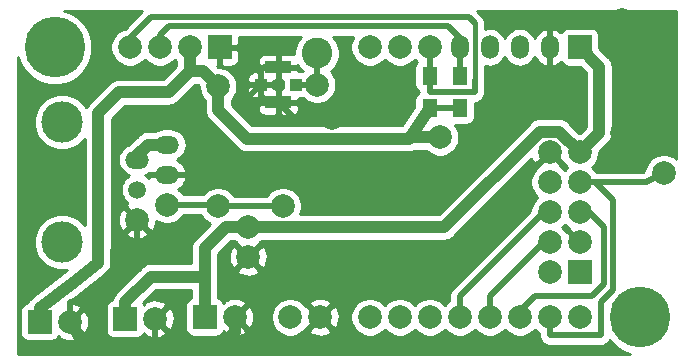
<source format=gbr>
%TF.GenerationSoftware,KiCad,Pcbnew,5.1.9+dfsg1-1*%
%TF.CreationDate,2021-05-22T16:02:53+02:00*%
%TF.ProjectId,smartyreader_ng_lora,736d6172-7479-4726-9561-6465725f6e67,rev?*%
%TF.SameCoordinates,Original*%
%TF.FileFunction,Copper,L1,Top*%
%TF.FilePolarity,Positive*%
%FSLAX46Y46*%
G04 Gerber Fmt 4.6, Leading zero omitted, Abs format (unit mm)*
G04 Created by KiCad (PCBNEW 5.1.9+dfsg1-1) date 2021-05-22 16:02:53*
%MOMM*%
%LPD*%
G01*
G04 APERTURE LIST*
%TA.AperFunction,ComponentPad*%
%ADD10C,2.600000*%
%TD*%
%TA.AperFunction,ComponentPad*%
%ADD11C,1.998980*%
%TD*%
%TA.AperFunction,ComponentPad*%
%ADD12R,1.998980X1.998980*%
%TD*%
%TA.AperFunction,SMDPad,CuDef*%
%ADD13R,1.000000X1.000000*%
%TD*%
%TA.AperFunction,SMDPad,CuDef*%
%ADD14R,2.200000X1.050000*%
%TD*%
%TA.AperFunction,ComponentPad*%
%ADD15O,1.500000X1.998980*%
%TD*%
%TA.AperFunction,SMDPad,CuDef*%
%ADD16R,1.300000X1.500000*%
%TD*%
%TA.AperFunction,ComponentPad*%
%ADD17C,1.500000*%
%TD*%
%TA.AperFunction,ComponentPad*%
%ADD18O,2.000000X1.500000*%
%TD*%
%TA.AperFunction,ComponentPad*%
%ADD19C,2.000000*%
%TD*%
%TA.AperFunction,ComponentPad*%
%ADD20C,3.500000*%
%TD*%
%TA.AperFunction,ComponentPad*%
%ADD21C,5.128260*%
%TD*%
%TA.AperFunction,ViaPad*%
%ADD22C,2.000000*%
%TD*%
%TA.AperFunction,Conductor*%
%ADD23C,0.500000*%
%TD*%
%TA.AperFunction,Conductor*%
%ADD24C,0.400000*%
%TD*%
%TA.AperFunction,Conductor*%
%ADD25C,1.000000*%
%TD*%
%TA.AperFunction,Conductor*%
%ADD26C,0.254000*%
%TD*%
%TA.AperFunction,Conductor*%
%ADD27C,0.100000*%
%TD*%
G04 APERTURE END LIST*
D10*
%TO.P,J7,1*%
%TO.N,Net-(J6-Pad1)*%
X126365000Y-108458000D03*
%TD*%
D11*
%TO.P,C3,2*%
%TO.N,~*%
X126619000Y-130810000D03*
%TO.P,C3,1*%
%TO.N,+3.3V*%
X124079000Y-130810000D03*
%TD*%
%TO.P,C1,2*%
%TO.N,~*%
X120523000Y-125730000D03*
%TO.P,C1,1*%
%TO.N,+5V*%
X120523000Y-123190000D03*
%TD*%
%TO.P,C2,2*%
%TO.N,~*%
X112649000Y-130937000D03*
D12*
%TO.P,C2,1*%
%TO.N,+5V*%
X110109000Y-130937000D03*
%TD*%
D11*
%TO.P,R4,2*%
%TO.N,Net-(J1-Pad5)*%
X117983000Y-121412000D03*
%TO.P,R4,1*%
%TO.N,+3.3V*%
X117983000Y-111252000D03*
%TD*%
D12*
%TO.P,J3,1*%
%TO.N,N/C*%
X148590000Y-127000000D03*
D11*
%TO.P,J3,2*%
X146050000Y-127000000D03*
%TO.P,J3,3*%
%TO.N,~*%
X148590000Y-124460000D03*
%TO.P,J3,4*%
%TO.N,Net-(J3-Pad4)*%
X146050000Y-124460000D03*
%TO.P,J3,5*%
%TO.N,Net-(J3-Pad5)*%
X148590000Y-121920000D03*
%TO.P,J3,6*%
%TO.N,Net-(J3-Pad6)*%
X146050000Y-121920000D03*
%TO.P,J3,7*%
%TO.N,Net-(D1-Pad2)*%
X148590000Y-119380000D03*
%TO.P,J3,8*%
%TO.N,N/C*%
X146050000Y-119380000D03*
%TO.P,J3,9*%
%TO.N,+5V*%
X148590000Y-116840000D03*
%TO.P,J3,10*%
%TO.N,~*%
X146050000Y-116840000D03*
%TD*%
D13*
%TO.P,J6,1*%
%TO.N,Net-(J6-Pad1)*%
X124587000Y-111125000D03*
%TO.P,J6,2*%
%TO.N,~*%
X121587000Y-111125000D03*
D14*
X123087000Y-109650000D03*
X123087000Y-112600000D03*
%TD*%
D11*
%TO.P,W1,16*%
%TO.N,+3.3V*%
X148590000Y-130810000D03*
%TO.P,W1,15*%
%TO.N,Net-(D1-Pad2)*%
X146050000Y-130810000D03*
%TO.P,W1,14*%
%TO.N,Net-(J3-Pad5)*%
X143510000Y-130810000D03*
%TO.P,W1,13*%
%TO.N,Net-(J3-Pad4)*%
X140970000Y-130810000D03*
%TO.P,W1,12*%
%TO.N,Net-(J3-Pad6)*%
X138430000Y-130810000D03*
%TO.P,W1,11*%
%TO.N,Net-(U1-Pad5)*%
X135890000Y-130810000D03*
%TO.P,W1,10*%
%TO.N,N/C*%
X133350000Y-130810000D03*
%TO.P,W1,9*%
%TO.N,Net-(U1-Pad6)*%
X130810000Y-130810000D03*
D12*
%TO.P,W1,1*%
%TO.N,+5V*%
X148590000Y-107950000D03*
D15*
%TO.P,W1,2*%
%TO.N,~*%
X146050000Y-107950000D03*
%TO.P,W1,3*%
%TO.N,N/C*%
X143510000Y-107950000D03*
%TO.P,W1,4*%
X140970000Y-107950000D03*
%TO.P,W1,5*%
%TO.N,Net-(J2-Pad3)*%
X138430000Y-107950000D03*
D11*
%TO.P,W1,6*%
%TO.N,Net-(J2-Pad4)*%
X135890000Y-107950000D03*
%TO.P,W1,7*%
%TO.N,Net-(J1-Pad5)*%
X133350000Y-107950000D03*
%TO.P,W1,8*%
%TO.N,N/C*%
X130810000Y-107950000D03*
%TD*%
%TO.P,J2,4*%
%TO.N,Net-(J2-Pad4)*%
X110490000Y-107950000D03*
%TO.P,J2,3*%
%TO.N,Net-(J2-Pad3)*%
X113030000Y-107950000D03*
%TO.P,J2,2*%
%TO.N,+3.3V*%
X115570000Y-107950000D03*
D12*
%TO.P,J2,1*%
%TO.N,~*%
X118110000Y-107950000D03*
%TD*%
D11*
%TO.P,J4,2*%
%TO.N,~*%
X105410000Y-131191000D03*
D12*
%TO.P,J4,1*%
%TO.N,+3.3V*%
X102870000Y-131191000D03*
%TD*%
%TO.P,J5,1*%
%TO.N,+5V*%
X116840000Y-130810000D03*
D11*
%TO.P,J5,2*%
%TO.N,~*%
X119380000Y-130810000D03*
%TD*%
D16*
%TO.P,R5,2*%
%TO.N,Net-(J2-Pad3)*%
X138430000Y-110410000D03*
%TO.P,R5,1*%
%TO.N,+3.3V*%
X138430000Y-113110000D03*
%TD*%
%TO.P,R6,2*%
%TO.N,Net-(J2-Pad4)*%
X135890000Y-110410000D03*
%TO.P,R6,1*%
%TO.N,+3.3V*%
X135890000Y-113110000D03*
%TD*%
D17*
%TO.P,J1,4*%
%TO.N,N/C*%
X111125000Y-120015000D03*
D18*
%TO.P,J1,2*%
%TO.N,+5V*%
X111125000Y-117475000D03*
D19*
%TO.P,J1,6*%
%TO.N,~*%
X111125000Y-122555000D03*
D18*
%TO.P,J1,1*%
%TO.N,+5V*%
X113665000Y-116205000D03*
%TO.P,J1,3*%
%TO.N,~*%
X113665000Y-118745000D03*
D19*
%TO.P,J1,5*%
%TO.N,Net-(J1-Pad5)*%
X113665000Y-121285000D03*
D20*
%TO.P,J1,8*%
%TO.N,N/C*%
X104775000Y-124460000D03*
%TO.P,J1,7*%
X104775000Y-114300000D03*
%TD*%
D21*
%TO.P,H1,1*%
%TO.N,N/C*%
X104140000Y-107950000D03*
%TD*%
%TO.P,H2,1*%
%TO.N,N/C*%
X153670000Y-130810000D03*
%TD*%
D22*
%TO.N,Net-(J1-Pad5)*%
X123444000Y-121412000D03*
%TO.N,~*%
X120523000Y-113030000D03*
X127635000Y-113947000D03*
X152146000Y-115189000D03*
X152146000Y-105664000D03*
%TO.N,Net-(J6-Pad1)*%
X126365000Y-111125000D03*
%TO.N,+3.3V*%
X136779000Y-115570000D03*
%TO.N,Net-(D1-Pad2)*%
X155702000Y-118618000D03*
%TD*%
D23*
%TO.N,Net-(J1-Pad5)*%
X117856000Y-121285000D02*
X117983000Y-121412000D01*
X113665000Y-121285000D02*
X117856000Y-121285000D01*
X117983000Y-121412000D02*
X123444000Y-121412000D01*
%TO.N,Net-(J2-Pad3)*%
X138430000Y-110410000D02*
X138430000Y-107950000D01*
X113030000Y-107950000D02*
X113030000Y-106934000D01*
X137414000Y-106172000D02*
X138430000Y-107188000D01*
X113792000Y-106172000D02*
X137414000Y-106172000D01*
X113030000Y-106934000D02*
X113792000Y-106172000D01*
X138430000Y-107188000D02*
X138430000Y-107950000D01*
%TO.N,Net-(J2-Pad4)*%
X139203998Y-105421998D02*
X139700000Y-105918000D01*
X112256002Y-105421998D02*
X139203998Y-105421998D01*
X110490000Y-107188000D02*
X112256002Y-105421998D01*
X135890000Y-111760000D02*
X135890000Y-110410000D01*
X138176000Y-111760000D02*
X135890000Y-111760000D01*
X110490000Y-107950000D02*
X110490000Y-107188000D01*
X135890000Y-110410000D02*
X135890000Y-107950000D01*
X139700000Y-111760000D02*
X138176000Y-111760000D01*
X139700000Y-110744000D02*
X139700000Y-111760000D01*
D24*
X139700000Y-105918000D02*
X139700000Y-110744000D01*
D23*
%TO.N,Net-(J3-Pad4)*%
X140970000Y-130810000D02*
X140970000Y-129032000D01*
X140970000Y-129032000D02*
X145542000Y-124460000D01*
X145542000Y-124460000D02*
X146050000Y-124460000D01*
%TO.N,Net-(J3-Pad5)*%
X150622000Y-123190000D02*
X149352000Y-121920000D01*
X149352000Y-121920000D02*
X148590000Y-121920000D01*
X150622000Y-128016000D02*
X150622000Y-123190000D01*
X149606000Y-129032000D02*
X150622000Y-128016000D01*
X144780000Y-129032000D02*
X149606000Y-129032000D01*
X143510000Y-130302000D02*
X144780000Y-129032000D01*
X143510000Y-130810000D02*
X143510000Y-130302000D01*
%TO.N,Net-(J3-Pad6)*%
X138430000Y-130810000D02*
X138430000Y-129032000D01*
X138430000Y-129032000D02*
X145542000Y-121920000D01*
X145542000Y-121920000D02*
X146050000Y-121920000D01*
X138430000Y-130810000D02*
X138430000Y-131318000D01*
D25*
%TO.N,~*%
X119380000Y-132080000D02*
X119380000Y-130810000D01*
X118110000Y-133350000D02*
X119380000Y-132080000D01*
X105410000Y-131191000D02*
X106807000Y-133350000D01*
D23*
X105410000Y-131191000D02*
X105410000Y-129540000D01*
X105410000Y-129540000D02*
X106299000Y-129540000D01*
X111125000Y-124714000D02*
X111125000Y-122555000D01*
X106299000Y-129540000D02*
X111125000Y-124714000D01*
X112649000Y-133223000D02*
X112776000Y-133350000D01*
X112649000Y-130937000D02*
X112649000Y-133223000D01*
D25*
X112776000Y-133350000D02*
X118110000Y-133350000D01*
X106807000Y-133350000D02*
X112776000Y-133350000D01*
D23*
X120523000Y-112189000D02*
X121587000Y-111125000D01*
X120523000Y-113030000D02*
X120523000Y-112189000D01*
X121587000Y-111125000D02*
X121587000Y-109934000D01*
X121871000Y-109650000D02*
X123087000Y-109650000D01*
X121587000Y-109934000D02*
X121871000Y-109650000D01*
X121587000Y-111125000D02*
X121587000Y-112062000D01*
X122125000Y-112600000D02*
X123087000Y-112600000D01*
X121587000Y-112062000D02*
X122125000Y-112600000D01*
X124434000Y-113947000D02*
X127635000Y-113947000D01*
X123087000Y-112600000D02*
X124434000Y-113947000D01*
X152146000Y-105664000D02*
X152146000Y-115189000D01*
%TO.N,Net-(J6-Pad1)*%
X124587000Y-111125000D02*
X126365000Y-111125000D01*
X126365000Y-111125000D02*
X126365000Y-108458000D01*
D25*
%TO.N,+5V*%
X116840000Y-130810000D02*
X116840000Y-130302000D01*
X111125000Y-117475000D02*
X111125000Y-117094000D01*
X112014000Y-116205000D02*
X113665000Y-116205000D01*
X111125000Y-117094000D02*
X112014000Y-116205000D01*
X110109000Y-130937000D02*
X110109000Y-129540000D01*
X112268000Y-127381000D02*
X116840000Y-127381000D01*
X110109000Y-129540000D02*
X112268000Y-127381000D01*
X116840000Y-130810000D02*
X116840000Y-127381000D01*
X148590000Y-116840000D02*
X150241000Y-115189000D01*
X150241000Y-109601000D02*
X148590000Y-107950000D01*
X150241000Y-115189000D02*
X150241000Y-109601000D01*
X116840000Y-127381000D02*
X116840000Y-124968000D01*
X118618000Y-123190000D02*
X120523000Y-123190000D01*
X116840000Y-124968000D02*
X118618000Y-123190000D01*
X146840509Y-115090509D02*
X148590000Y-116840000D01*
X145210243Y-115090509D02*
X146840509Y-115090509D01*
X137110752Y-123190000D02*
X145210243Y-115090509D01*
X120523000Y-123190000D02*
X137110752Y-123190000D01*
D23*
%TO.N,+3.3V*%
X135890000Y-113110000D02*
X138430000Y-113110000D01*
D25*
X148590000Y-130810000D02*
X149098000Y-130810000D01*
X148590000Y-130810000D02*
X148670000Y-130810000D01*
X115570000Y-109982000D02*
X115570000Y-107950000D01*
X116713000Y-109982000D02*
X115570000Y-109982000D01*
X117983000Y-111252000D02*
X116713000Y-109982000D01*
X109601000Y-111760000D02*
X113792000Y-111760000D01*
X107823000Y-113538000D02*
X109601000Y-111760000D01*
X107823000Y-123825000D02*
X107823000Y-113538000D01*
X107787282Y-126202282D02*
X107823000Y-123825000D01*
X105664000Y-127889000D02*
X107787282Y-126202282D01*
X113792000Y-111760000D02*
X115570000Y-109982000D01*
X102870000Y-130048000D02*
X105664000Y-127889000D01*
X102870000Y-131191000D02*
X102870000Y-130048000D01*
X134112000Y-115697000D02*
X135890000Y-113110000D01*
X120396000Y-115697000D02*
X134112000Y-115697000D01*
X117983000Y-113284000D02*
X120396000Y-115697000D01*
X117983000Y-111252000D02*
X117983000Y-113284000D01*
X134239000Y-115570000D02*
X134112000Y-115697000D01*
X136779000Y-115570000D02*
X134239000Y-115570000D01*
D23*
%TO.N,Net-(D1-Pad2)*%
X152908000Y-119380000D02*
X148590000Y-119380000D01*
X154178000Y-119380000D02*
X152908000Y-119380000D01*
X155702000Y-118618000D02*
X154178000Y-119380000D01*
X149860000Y-119380000D02*
X148590000Y-119380000D01*
X151372009Y-128535991D02*
X151372009Y-120892009D01*
X150368000Y-132334000D02*
X150368000Y-129540000D01*
X151372009Y-120892009D02*
X149860000Y-119380000D01*
X146050000Y-132334000D02*
X150368000Y-132334000D01*
X150368000Y-129540000D02*
X151372009Y-128535991D01*
X146050000Y-130810000D02*
X146050000Y-132334000D01*
%TD*%
D26*
%TO.N,~*%
X110056756Y-106369666D02*
X110013237Y-106378322D01*
X109715778Y-106501533D01*
X109448073Y-106680408D01*
X109220408Y-106908073D01*
X109041533Y-107175778D01*
X108918322Y-107473237D01*
X108855510Y-107789017D01*
X108855510Y-108110983D01*
X108918322Y-108426763D01*
X109041533Y-108724222D01*
X109220408Y-108991927D01*
X109448073Y-109219592D01*
X109715778Y-109398467D01*
X110013237Y-109521678D01*
X110329017Y-109584490D01*
X110650983Y-109584490D01*
X110966763Y-109521678D01*
X111264222Y-109398467D01*
X111531927Y-109219592D01*
X111759592Y-108991927D01*
X111760000Y-108991316D01*
X111760408Y-108991927D01*
X111988073Y-109219592D01*
X112255778Y-109398467D01*
X112553237Y-109521678D01*
X112869017Y-109584490D01*
X113190983Y-109584490D01*
X113506763Y-109521678D01*
X113804222Y-109398467D01*
X114071927Y-109219592D01*
X114299592Y-108991927D01*
X114300000Y-108991316D01*
X114300408Y-108991927D01*
X114435000Y-109126519D01*
X114435000Y-109511867D01*
X113321869Y-110625000D01*
X109656752Y-110625000D01*
X109601000Y-110619509D01*
X109545248Y-110625000D01*
X109378501Y-110641423D01*
X109164553Y-110706324D01*
X108967377Y-110811716D01*
X108837856Y-110918011D01*
X108837854Y-110918013D01*
X108794551Y-110953551D01*
X108759013Y-110996854D01*
X107059860Y-112696009D01*
X107016552Y-112731551D01*
X106874717Y-112904377D01*
X106857542Y-112936510D01*
X106801907Y-113040595D01*
X106627550Y-112779651D01*
X106295349Y-112447450D01*
X105904721Y-112186440D01*
X105470679Y-112006654D01*
X105009902Y-111915000D01*
X104540098Y-111915000D01*
X104079321Y-112006654D01*
X103645279Y-112186440D01*
X103254651Y-112447450D01*
X102922450Y-112779651D01*
X102661440Y-113170279D01*
X102481654Y-113604321D01*
X102390000Y-114065098D01*
X102390000Y-114534902D01*
X102481654Y-114995679D01*
X102661440Y-115429721D01*
X102922450Y-115820349D01*
X103254651Y-116152550D01*
X103645279Y-116413560D01*
X104079321Y-116593346D01*
X104540098Y-116685000D01*
X105009902Y-116685000D01*
X105470679Y-116593346D01*
X105904721Y-116413560D01*
X106295349Y-116152550D01*
X106627550Y-115820349D01*
X106688001Y-115729878D01*
X106688000Y-123030121D01*
X106627550Y-122939651D01*
X106295349Y-122607450D01*
X105904721Y-122346440D01*
X105470679Y-122166654D01*
X105009902Y-122075000D01*
X104540098Y-122075000D01*
X104079321Y-122166654D01*
X103645279Y-122346440D01*
X103254651Y-122607450D01*
X102922450Y-122939651D01*
X102661440Y-123330279D01*
X102481654Y-123764321D01*
X102390000Y-124225098D01*
X102390000Y-124694902D01*
X102481654Y-125155679D01*
X102661440Y-125589721D01*
X102922450Y-125980349D01*
X103254651Y-126312550D01*
X103645279Y-126573560D01*
X104079321Y-126753346D01*
X104540098Y-126845000D01*
X105009902Y-126845000D01*
X105201462Y-126806897D01*
X104964024Y-126995515D01*
X102251179Y-129091805D01*
X102236378Y-129099716D01*
X102162853Y-129160057D01*
X102131892Y-129183981D01*
X102119753Y-129195428D01*
X102063552Y-129241551D01*
X102038603Y-129271951D01*
X102009989Y-129298934D01*
X101967842Y-129358174D01*
X101921717Y-129414377D01*
X101903176Y-129449065D01*
X101880379Y-129481107D01*
X101850600Y-129547428D01*
X101846102Y-129555842D01*
X101746028Y-129565698D01*
X101626330Y-129602008D01*
X101516016Y-129660973D01*
X101419325Y-129740325D01*
X101339973Y-129837016D01*
X101281008Y-129947330D01*
X101244698Y-130067028D01*
X101232438Y-130191510D01*
X101232438Y-132190490D01*
X101244698Y-132314972D01*
X101281008Y-132434670D01*
X101339973Y-132544984D01*
X101419325Y-132641675D01*
X101516016Y-132721027D01*
X101626330Y-132779992D01*
X101746028Y-132816302D01*
X101870510Y-132828562D01*
X103869490Y-132828562D01*
X103993972Y-132816302D01*
X104113670Y-132779992D01*
X104223984Y-132721027D01*
X104320675Y-132641675D01*
X104400027Y-132544984D01*
X104458992Y-132434670D01*
X104474897Y-132382238D01*
X104550258Y-132590399D01*
X104839787Y-132731238D01*
X105151229Y-132812885D01*
X105472615Y-132832205D01*
X105791595Y-132788454D01*
X106095911Y-132683314D01*
X106269742Y-132590399D01*
X106365445Y-132326050D01*
X105410000Y-131370605D01*
X105395858Y-131384748D01*
X105216253Y-131205143D01*
X105230395Y-131191000D01*
X105589605Y-131191000D01*
X106545050Y-132146445D01*
X106809399Y-132050742D01*
X106950238Y-131761213D01*
X107031885Y-131449771D01*
X107051205Y-131128385D01*
X107007454Y-130809405D01*
X106902314Y-130505089D01*
X106809399Y-130331258D01*
X106545050Y-130235555D01*
X105589605Y-131191000D01*
X105230395Y-131191000D01*
X105216253Y-131176858D01*
X105395858Y-130997253D01*
X105410000Y-131011395D01*
X106365445Y-130055950D01*
X106269742Y-129791601D01*
X105980213Y-129650762D01*
X105668771Y-129569115D01*
X105369283Y-129551111D01*
X106319929Y-128816522D01*
X106326331Y-128812390D01*
X106363954Y-128782503D01*
X106402108Y-128753020D01*
X106407671Y-128747774D01*
X108406140Y-127160207D01*
X108406587Y-127159977D01*
X108492682Y-127091459D01*
X108536921Y-127056316D01*
X108537292Y-127055957D01*
X108581524Y-127020755D01*
X108617385Y-126978374D01*
X108657270Y-126939738D01*
X108689423Y-126893236D01*
X108725940Y-126850079D01*
X108752848Y-126801507D01*
X108784423Y-126755841D01*
X108806886Y-126703963D01*
X108834282Y-126654509D01*
X108851195Y-126601629D01*
X108873258Y-126550673D01*
X108885169Y-126495404D01*
X108902390Y-126441560D01*
X108908661Y-126386395D01*
X108920359Y-126332115D01*
X108921259Y-126275584D01*
X108921316Y-126275078D01*
X108922154Y-126219329D01*
X108923916Y-126108568D01*
X108923825Y-126108070D01*
X108957162Y-123889259D01*
X108958000Y-123880752D01*
X108958000Y-123833495D01*
X108958709Y-123786306D01*
X108958000Y-123777799D01*
X108958000Y-123690413D01*
X110169192Y-123690413D01*
X110264956Y-123954814D01*
X110554571Y-124095704D01*
X110866108Y-124177384D01*
X111187595Y-124196718D01*
X111506675Y-124152961D01*
X111811088Y-124047795D01*
X111985044Y-123954814D01*
X112080808Y-123690413D01*
X111125000Y-122734605D01*
X110169192Y-123690413D01*
X108958000Y-123690413D01*
X108958000Y-122617595D01*
X109483282Y-122617595D01*
X109527039Y-122936675D01*
X109632205Y-123241088D01*
X109725186Y-123415044D01*
X109989587Y-123510808D01*
X110945395Y-122555000D01*
X109989587Y-121599192D01*
X109725186Y-121694956D01*
X109584296Y-121984571D01*
X109502616Y-122296108D01*
X109483282Y-122617595D01*
X108958000Y-122617595D01*
X108958000Y-114008131D01*
X110071133Y-112895000D01*
X113736249Y-112895000D01*
X113792000Y-112900491D01*
X113847751Y-112895000D01*
X113847752Y-112895000D01*
X114014499Y-112878577D01*
X114228447Y-112813676D01*
X114425623Y-112708284D01*
X114598449Y-112566449D01*
X114633995Y-112523136D01*
X116040133Y-111117000D01*
X116242869Y-111117000D01*
X116348510Y-111222641D01*
X116348510Y-111412983D01*
X116411322Y-111728763D01*
X116534533Y-112026222D01*
X116713408Y-112293927D01*
X116848001Y-112428520D01*
X116848001Y-113228239D01*
X116842509Y-113284000D01*
X116864423Y-113506498D01*
X116929324Y-113720446D01*
X116952108Y-113763072D01*
X117034717Y-113917623D01*
X117176552Y-114090449D01*
X117219860Y-114125991D01*
X119554009Y-116460141D01*
X119589551Y-116503449D01*
X119762377Y-116645284D01*
X119959553Y-116750676D01*
X120173501Y-116815577D01*
X120340248Y-116832000D01*
X120340257Y-116832000D01*
X120395999Y-116837490D01*
X120451741Y-116832000D01*
X134048802Y-116832000D01*
X134097071Y-116837393D01*
X134104538Y-116836756D01*
X134112000Y-116837491D01*
X134167751Y-116832000D01*
X134167752Y-116832000D01*
X134215900Y-116827258D01*
X134319836Y-116818393D01*
X134327033Y-116816312D01*
X134334499Y-116815577D01*
X134434409Y-116785269D01*
X134534616Y-116756299D01*
X134541272Y-116752853D01*
X134548447Y-116750676D01*
X134633901Y-116705000D01*
X135601761Y-116705000D01*
X135736748Y-116839987D01*
X136004537Y-117018918D01*
X136302088Y-117142168D01*
X136617967Y-117205000D01*
X136940033Y-117205000D01*
X137255912Y-117142168D01*
X137553463Y-117018918D01*
X137821252Y-116839987D01*
X138048987Y-116612252D01*
X138227918Y-116344463D01*
X138351168Y-116046912D01*
X138414000Y-115731033D01*
X138414000Y-115408967D01*
X138351168Y-115093088D01*
X138227918Y-114795537D01*
X138048987Y-114527748D01*
X138019311Y-114498072D01*
X139080000Y-114498072D01*
X139204482Y-114485812D01*
X139324180Y-114449502D01*
X139434494Y-114390537D01*
X139531185Y-114311185D01*
X139610537Y-114214494D01*
X139669502Y-114104180D01*
X139705812Y-113984482D01*
X139718072Y-113860000D01*
X139718072Y-112647502D01*
X139873490Y-112632195D01*
X140040313Y-112581589D01*
X140194059Y-112499411D01*
X140328817Y-112388817D01*
X140439411Y-112254059D01*
X140521589Y-112100313D01*
X140572195Y-111933490D01*
X140585000Y-111803477D01*
X140585000Y-111803476D01*
X140589282Y-111760000D01*
X140585000Y-111716523D01*
X140585000Y-110700523D01*
X140572195Y-110570510D01*
X140535000Y-110447896D01*
X140535000Y-109514855D01*
X140698493Y-109564450D01*
X140970000Y-109591191D01*
X141241506Y-109564450D01*
X141502580Y-109485254D01*
X141743187Y-109356647D01*
X141954080Y-109183571D01*
X142127157Y-108972678D01*
X142240000Y-108761563D01*
X142352843Y-108972677D01*
X142525919Y-109183570D01*
X142736812Y-109356647D01*
X142977419Y-109485254D01*
X143238493Y-109564450D01*
X143510000Y-109591191D01*
X143781506Y-109564450D01*
X144042580Y-109485254D01*
X144283187Y-109356647D01*
X144494080Y-109183571D01*
X144667157Y-108972678D01*
X144778510Y-108764352D01*
X144800317Y-108821636D01*
X144945704Y-109053483D01*
X145133529Y-109252511D01*
X145356573Y-109411072D01*
X145606265Y-109523073D01*
X145708815Y-109541808D01*
X145923000Y-109419146D01*
X145923000Y-108077000D01*
X145903000Y-108077000D01*
X145903000Y-107823000D01*
X145923000Y-107823000D01*
X145923000Y-106480854D01*
X145708815Y-106358192D01*
X145606265Y-106376927D01*
X145356573Y-106488928D01*
X145133529Y-106647489D01*
X144945704Y-106846517D01*
X144800317Y-107078364D01*
X144778510Y-107135649D01*
X144667157Y-106927322D01*
X144494081Y-106716429D01*
X144283188Y-106543353D01*
X144042581Y-106414746D01*
X143781507Y-106335550D01*
X143510000Y-106308809D01*
X143238494Y-106335550D01*
X142977420Y-106414746D01*
X142736813Y-106543353D01*
X142525920Y-106716429D01*
X142352843Y-106927322D01*
X142240000Y-107138437D01*
X142127157Y-106927322D01*
X141954081Y-106716429D01*
X141743188Y-106543353D01*
X141502581Y-106414746D01*
X141241507Y-106335550D01*
X140970000Y-106308809D01*
X140698494Y-106335550D01*
X140535000Y-106385145D01*
X140535000Y-106214101D01*
X140572195Y-106091490D01*
X140589281Y-105918000D01*
X140572195Y-105744510D01*
X140521588Y-105577686D01*
X140439411Y-105423941D01*
X140356532Y-105322954D01*
X139883578Y-104850000D01*
X156770000Y-104850000D01*
X156770000Y-117373761D01*
X156744252Y-117348013D01*
X156476463Y-117169082D01*
X156178912Y-117045832D01*
X155863033Y-116983000D01*
X155540967Y-116983000D01*
X155225088Y-117045832D01*
X154927537Y-117169082D01*
X154659748Y-117348013D01*
X154432013Y-117575748D01*
X154253082Y-117843537D01*
X154129832Y-118141088D01*
X154069413Y-118444834D01*
X153969081Y-118495000D01*
X149964447Y-118495000D01*
X149859592Y-118338073D01*
X149631927Y-118110408D01*
X149631316Y-118110000D01*
X149631927Y-118109592D01*
X149859592Y-117881927D01*
X150038467Y-117614222D01*
X150161678Y-117316763D01*
X150224490Y-117000983D01*
X150224490Y-116810642D01*
X151004146Y-116030987D01*
X151047449Y-115995449D01*
X151121814Y-115904836D01*
X151189284Y-115822623D01*
X151294676Y-115625447D01*
X151359577Y-115411499D01*
X151381491Y-115189000D01*
X151376000Y-115133248D01*
X151376000Y-109656752D01*
X151381491Y-109601000D01*
X151359577Y-109378501D01*
X151294676Y-109164553D01*
X151189284Y-108967377D01*
X151082989Y-108837856D01*
X151082987Y-108837854D01*
X151047449Y-108794551D01*
X151004146Y-108759013D01*
X150227562Y-107982430D01*
X150227562Y-106950510D01*
X150215302Y-106826028D01*
X150178992Y-106706330D01*
X150120027Y-106596016D01*
X150040675Y-106499325D01*
X149943984Y-106419973D01*
X149833670Y-106361008D01*
X149713972Y-106324698D01*
X149589490Y-106312438D01*
X147590510Y-106312438D01*
X147466028Y-106324698D01*
X147346330Y-106361008D01*
X147236016Y-106419973D01*
X147139325Y-106499325D01*
X147059973Y-106596016D01*
X147008599Y-106692129D01*
X146966471Y-106647489D01*
X146743427Y-106488928D01*
X146493735Y-106376927D01*
X146391185Y-106358192D01*
X146177000Y-106480854D01*
X146177000Y-107823000D01*
X146197000Y-107823000D01*
X146197000Y-108077000D01*
X146177000Y-108077000D01*
X146177000Y-109419146D01*
X146391185Y-109541808D01*
X146493735Y-109523073D01*
X146743427Y-109411072D01*
X146966471Y-109252511D01*
X147008599Y-109207871D01*
X147059973Y-109303984D01*
X147139325Y-109400675D01*
X147236016Y-109480027D01*
X147346330Y-109538992D01*
X147466028Y-109575302D01*
X147590510Y-109587562D01*
X148622430Y-109587562D01*
X149106001Y-110071133D01*
X149106000Y-114718867D01*
X148619358Y-115205510D01*
X148560642Y-115205510D01*
X147682505Y-114327374D01*
X147646958Y-114284060D01*
X147474132Y-114142225D01*
X147276956Y-114036833D01*
X147063008Y-113971932D01*
X146896261Y-113955509D01*
X146896260Y-113955509D01*
X146840509Y-113950018D01*
X146784758Y-113955509D01*
X145265994Y-113955509D01*
X145210242Y-113950018D01*
X145154491Y-113955509D01*
X144987744Y-113971932D01*
X144773796Y-114036833D01*
X144576620Y-114142225D01*
X144403794Y-114284060D01*
X144368252Y-114327368D01*
X136640621Y-122055000D01*
X124947372Y-122055000D01*
X125016168Y-121888912D01*
X125079000Y-121573033D01*
X125079000Y-121250967D01*
X125016168Y-120935088D01*
X124892918Y-120637537D01*
X124713987Y-120369748D01*
X124486252Y-120142013D01*
X124218463Y-119963082D01*
X123920912Y-119839832D01*
X123605033Y-119777000D01*
X123282967Y-119777000D01*
X122967088Y-119839832D01*
X122669537Y-119963082D01*
X122401748Y-120142013D01*
X122174013Y-120369748D01*
X122068941Y-120527000D01*
X119357447Y-120527000D01*
X119252592Y-120370073D01*
X119024927Y-120142408D01*
X118757222Y-119963533D01*
X118459763Y-119840322D01*
X118143983Y-119777510D01*
X117822017Y-119777510D01*
X117506237Y-119840322D01*
X117208778Y-119963533D01*
X116941073Y-120142408D01*
X116713408Y-120370073D01*
X116693411Y-120400000D01*
X115040059Y-120400000D01*
X114934987Y-120242748D01*
X114707252Y-120015013D01*
X114609246Y-119949527D01*
X114768634Y-119849658D01*
X114967740Y-119661897D01*
X115126390Y-119438900D01*
X115238487Y-119189236D01*
X115257318Y-119086185D01*
X115134656Y-118872000D01*
X113792000Y-118872000D01*
X113792000Y-118892000D01*
X113538000Y-118892000D01*
X113538000Y-118872000D01*
X112195344Y-118872000D01*
X112102611Y-119033926D01*
X112007886Y-118939201D01*
X111792901Y-118795552D01*
X111907581Y-118760764D01*
X112148188Y-118632157D01*
X112185782Y-118601304D01*
X112195344Y-118618000D01*
X113538000Y-118618000D01*
X113538000Y-118598000D01*
X113792000Y-118598000D01*
X113792000Y-118618000D01*
X115134656Y-118618000D01*
X115257318Y-118403815D01*
X115238487Y-118300764D01*
X115126390Y-118051100D01*
X114967740Y-117828103D01*
X114768634Y-117640342D01*
X114536724Y-117495032D01*
X114479972Y-117473451D01*
X114688188Y-117362157D01*
X114899081Y-117189081D01*
X115072157Y-116978188D01*
X115200764Y-116737581D01*
X115279960Y-116476507D01*
X115306701Y-116205000D01*
X115279960Y-115933493D01*
X115200764Y-115672419D01*
X115072157Y-115431812D01*
X114899081Y-115220919D01*
X114688188Y-115047843D01*
X114447581Y-114919236D01*
X114186507Y-114840040D01*
X113983037Y-114820000D01*
X113346963Y-114820000D01*
X113143493Y-114840040D01*
X112882419Y-114919236D01*
X112641812Y-115047843D01*
X112614814Y-115070000D01*
X112069752Y-115070000D01*
X112014000Y-115064509D01*
X111958248Y-115070000D01*
X111791501Y-115086423D01*
X111577553Y-115151324D01*
X111380377Y-115256716D01*
X111207551Y-115398551D01*
X111172008Y-115441860D01*
X110460432Y-116153437D01*
X110342419Y-116189236D01*
X110101812Y-116317843D01*
X109890919Y-116490919D01*
X109717843Y-116701812D01*
X109589236Y-116942419D01*
X109510040Y-117203493D01*
X109483299Y-117475000D01*
X109510040Y-117746507D01*
X109589236Y-118007581D01*
X109717843Y-118248188D01*
X109890919Y-118459081D01*
X110101812Y-118632157D01*
X110342419Y-118760764D01*
X110457099Y-118795552D01*
X110242114Y-118939201D01*
X110049201Y-119132114D01*
X109897629Y-119358957D01*
X109793225Y-119611011D01*
X109740000Y-119878589D01*
X109740000Y-120151411D01*
X109793225Y-120418989D01*
X109897629Y-120671043D01*
X110049201Y-120897886D01*
X110242114Y-121090799D01*
X110305801Y-121133354D01*
X110264956Y-121155186D01*
X110169192Y-121419587D01*
X111125000Y-122375395D01*
X111139143Y-122361253D01*
X111318748Y-122540858D01*
X111304605Y-122555000D01*
X112260413Y-123510808D01*
X112524814Y-123415044D01*
X112665704Y-123125429D01*
X112747384Y-122813892D01*
X112757538Y-122645051D01*
X112890537Y-122733918D01*
X113188088Y-122857168D01*
X113503967Y-122920000D01*
X113826033Y-122920000D01*
X114141912Y-122857168D01*
X114439463Y-122733918D01*
X114707252Y-122554987D01*
X114934987Y-122327252D01*
X115040059Y-122170000D01*
X116527814Y-122170000D01*
X116534533Y-122186222D01*
X116713408Y-122453927D01*
X116941073Y-122681592D01*
X117208778Y-122860467D01*
X117303264Y-122899604D01*
X116076860Y-124126009D01*
X116033552Y-124161551D01*
X115891717Y-124334377D01*
X115858039Y-124397385D01*
X115786324Y-124531554D01*
X115721423Y-124745502D01*
X115699509Y-124968000D01*
X115705001Y-125023761D01*
X115705000Y-126246000D01*
X112323751Y-126246000D01*
X112267999Y-126240509D01*
X112212248Y-126246000D01*
X112045501Y-126262423D01*
X111831553Y-126327324D01*
X111634377Y-126432716D01*
X111461551Y-126574551D01*
X111426009Y-126617859D01*
X109345860Y-128698009D01*
X109302552Y-128733551D01*
X109160717Y-128906377D01*
X109055324Y-129103553D01*
X108992404Y-129310972D01*
X108985028Y-129311698D01*
X108865330Y-129348008D01*
X108755016Y-129406973D01*
X108658325Y-129486325D01*
X108578973Y-129583016D01*
X108520008Y-129693330D01*
X108483698Y-129813028D01*
X108471438Y-129937510D01*
X108471438Y-131936490D01*
X108483698Y-132060972D01*
X108520008Y-132180670D01*
X108578973Y-132290984D01*
X108658325Y-132387675D01*
X108755016Y-132467027D01*
X108865330Y-132525992D01*
X108985028Y-132562302D01*
X109109510Y-132574562D01*
X111108490Y-132574562D01*
X111232972Y-132562302D01*
X111352670Y-132525992D01*
X111462984Y-132467027D01*
X111559675Y-132387675D01*
X111639027Y-132290984D01*
X111697992Y-132180670D01*
X111713897Y-132128238D01*
X111789258Y-132336399D01*
X112078787Y-132477238D01*
X112390229Y-132558885D01*
X112711615Y-132578205D01*
X113030595Y-132534454D01*
X113334911Y-132429314D01*
X113508742Y-132336399D01*
X113604445Y-132072050D01*
X112649000Y-131116605D01*
X112634858Y-131130748D01*
X112455253Y-130951143D01*
X112469395Y-130937000D01*
X112828605Y-130937000D01*
X113784050Y-131892445D01*
X114048399Y-131796742D01*
X114189238Y-131507213D01*
X114270885Y-131195771D01*
X114290205Y-130874385D01*
X114246454Y-130555405D01*
X114141314Y-130251089D01*
X114048399Y-130077258D01*
X113784050Y-129981555D01*
X112828605Y-130937000D01*
X112469395Y-130937000D01*
X112455253Y-130922858D01*
X112634858Y-130743253D01*
X112649000Y-130757395D01*
X113604445Y-129801950D01*
X113508742Y-129537601D01*
X113219213Y-129396762D01*
X112907771Y-129315115D01*
X112586385Y-129295795D01*
X112267405Y-129339546D01*
X111963089Y-129444686D01*
X111789258Y-129537601D01*
X111713897Y-129745762D01*
X111697992Y-129693330D01*
X111650204Y-129603927D01*
X112738132Y-128516000D01*
X115705001Y-128516000D01*
X115705000Y-129188043D01*
X115596330Y-129221008D01*
X115486016Y-129279973D01*
X115389325Y-129359325D01*
X115309973Y-129456016D01*
X115251008Y-129566330D01*
X115214698Y-129686028D01*
X115202438Y-129810510D01*
X115202438Y-131809490D01*
X115214698Y-131933972D01*
X115251008Y-132053670D01*
X115309973Y-132163984D01*
X115389325Y-132260675D01*
X115486016Y-132340027D01*
X115596330Y-132398992D01*
X115716028Y-132435302D01*
X115840510Y-132447562D01*
X117839490Y-132447562D01*
X117963972Y-132435302D01*
X118083670Y-132398992D01*
X118193984Y-132340027D01*
X118290675Y-132260675D01*
X118370027Y-132163984D01*
X118428992Y-132053670D01*
X118444897Y-132001238D01*
X118520258Y-132209399D01*
X118809787Y-132350238D01*
X119121229Y-132431885D01*
X119442615Y-132451205D01*
X119761595Y-132407454D01*
X120065911Y-132302314D01*
X120239742Y-132209399D01*
X120335445Y-131945050D01*
X119380000Y-130989605D01*
X119365858Y-131003748D01*
X119186253Y-130824143D01*
X119200395Y-130810000D01*
X119559605Y-130810000D01*
X120515050Y-131765445D01*
X120779399Y-131669742D01*
X120920238Y-131380213D01*
X121001885Y-131068771D01*
X121021205Y-130747385D01*
X121007713Y-130649017D01*
X122444510Y-130649017D01*
X122444510Y-130970983D01*
X122507322Y-131286763D01*
X122630533Y-131584222D01*
X122809408Y-131851927D01*
X123037073Y-132079592D01*
X123304778Y-132258467D01*
X123602237Y-132381678D01*
X123918017Y-132444490D01*
X124239983Y-132444490D01*
X124555763Y-132381678D01*
X124853222Y-132258467D01*
X125120927Y-132079592D01*
X125255469Y-131945050D01*
X125663555Y-131945050D01*
X125759258Y-132209399D01*
X126048787Y-132350238D01*
X126360229Y-132431885D01*
X126681615Y-132451205D01*
X127000595Y-132407454D01*
X127304911Y-132302314D01*
X127478742Y-132209399D01*
X127574445Y-131945050D01*
X126619000Y-130989605D01*
X125663555Y-131945050D01*
X125255469Y-131945050D01*
X125348592Y-131851927D01*
X125421487Y-131742831D01*
X125483950Y-131765445D01*
X126439395Y-130810000D01*
X126798605Y-130810000D01*
X127754050Y-131765445D01*
X128018399Y-131669742D01*
X128159238Y-131380213D01*
X128240885Y-131068771D01*
X128260205Y-130747385D01*
X128216454Y-130428405D01*
X128111314Y-130124089D01*
X128018399Y-129950258D01*
X127754050Y-129854555D01*
X126798605Y-130810000D01*
X126439395Y-130810000D01*
X125483950Y-129854555D01*
X125421487Y-129877169D01*
X125348592Y-129768073D01*
X125255469Y-129674950D01*
X125663555Y-129674950D01*
X126619000Y-130630395D01*
X127574445Y-129674950D01*
X127478742Y-129410601D01*
X127189213Y-129269762D01*
X126877771Y-129188115D01*
X126556385Y-129168795D01*
X126237405Y-129212546D01*
X125933089Y-129317686D01*
X125759258Y-129410601D01*
X125663555Y-129674950D01*
X125255469Y-129674950D01*
X125120927Y-129540408D01*
X124853222Y-129361533D01*
X124555763Y-129238322D01*
X124239983Y-129175510D01*
X123918017Y-129175510D01*
X123602237Y-129238322D01*
X123304778Y-129361533D01*
X123037073Y-129540408D01*
X122809408Y-129768073D01*
X122630533Y-130035778D01*
X122507322Y-130333237D01*
X122444510Y-130649017D01*
X121007713Y-130649017D01*
X120977454Y-130428405D01*
X120872314Y-130124089D01*
X120779399Y-129950258D01*
X120515050Y-129854555D01*
X119559605Y-130810000D01*
X119200395Y-130810000D01*
X119186253Y-130795858D01*
X119365858Y-130616253D01*
X119380000Y-130630395D01*
X120335445Y-129674950D01*
X120239742Y-129410601D01*
X119950213Y-129269762D01*
X119638771Y-129188115D01*
X119317385Y-129168795D01*
X118998405Y-129212546D01*
X118694089Y-129317686D01*
X118520258Y-129410601D01*
X118444897Y-129618762D01*
X118428992Y-129566330D01*
X118370027Y-129456016D01*
X118290675Y-129359325D01*
X118193984Y-129279973D01*
X118083670Y-129221008D01*
X117975000Y-129188043D01*
X117975000Y-127436751D01*
X117980491Y-127381000D01*
X117975000Y-127325248D01*
X117975000Y-126865050D01*
X119567555Y-126865050D01*
X119663258Y-127129399D01*
X119952787Y-127270238D01*
X120264229Y-127351885D01*
X120585615Y-127371205D01*
X120904595Y-127327454D01*
X121208911Y-127222314D01*
X121382742Y-127129399D01*
X121478445Y-126865050D01*
X120523000Y-125909605D01*
X119567555Y-126865050D01*
X117975000Y-126865050D01*
X117975000Y-125792615D01*
X118881795Y-125792615D01*
X118925546Y-126111595D01*
X119030686Y-126415911D01*
X119123601Y-126589742D01*
X119387950Y-126685445D01*
X120343395Y-125730000D01*
X120702605Y-125730000D01*
X121658050Y-126685445D01*
X121922399Y-126589742D01*
X122063238Y-126300213D01*
X122144885Y-125988771D01*
X122164205Y-125667385D01*
X122120454Y-125348405D01*
X122015314Y-125044089D01*
X121922399Y-124870258D01*
X121658050Y-124774555D01*
X120702605Y-125730000D01*
X120343395Y-125730000D01*
X119387950Y-124774555D01*
X119123601Y-124870258D01*
X118982762Y-125159787D01*
X118901115Y-125471229D01*
X118881795Y-125792615D01*
X117975000Y-125792615D01*
X117975000Y-125438131D01*
X119088133Y-124325000D01*
X119346481Y-124325000D01*
X119481073Y-124459592D01*
X119590169Y-124532487D01*
X119567555Y-124594950D01*
X120523000Y-125550395D01*
X121478445Y-124594950D01*
X121455831Y-124532487D01*
X121564927Y-124459592D01*
X121699519Y-124325000D01*
X137055001Y-124325000D01*
X137110752Y-124330491D01*
X137166503Y-124325000D01*
X137166504Y-124325000D01*
X137333251Y-124308577D01*
X137547199Y-124243676D01*
X137744375Y-124138284D01*
X137917201Y-123996449D01*
X137952748Y-123953135D01*
X144512053Y-117393831D01*
X144557686Y-117525911D01*
X144650601Y-117699742D01*
X144914950Y-117795445D01*
X145870395Y-116840000D01*
X145856253Y-116825858D01*
X146035858Y-116646253D01*
X146050000Y-116660395D01*
X146064143Y-116646253D01*
X146243748Y-116825858D01*
X146229605Y-116840000D01*
X147185050Y-117795445D01*
X147247513Y-117772831D01*
X147320408Y-117881927D01*
X147548073Y-118109592D01*
X147548684Y-118110000D01*
X147548073Y-118110408D01*
X147320408Y-118338073D01*
X147320000Y-118338684D01*
X147319592Y-118338073D01*
X147091927Y-118110408D01*
X146982831Y-118037513D01*
X147005445Y-117975050D01*
X146050000Y-117019605D01*
X145094555Y-117975050D01*
X145117169Y-118037513D01*
X145008073Y-118110408D01*
X144780408Y-118338073D01*
X144601533Y-118605778D01*
X144478322Y-118903237D01*
X144415510Y-119219017D01*
X144415510Y-119540983D01*
X144478322Y-119856763D01*
X144601533Y-120154222D01*
X144780408Y-120421927D01*
X145008073Y-120649592D01*
X145008684Y-120650000D01*
X145008073Y-120650408D01*
X144780408Y-120878073D01*
X144601533Y-121145778D01*
X144478322Y-121443237D01*
X144415510Y-121759017D01*
X144415510Y-121794911D01*
X137834952Y-128375470D01*
X137801184Y-128403183D01*
X137773471Y-128436951D01*
X137773468Y-128436954D01*
X137690590Y-128537941D01*
X137608412Y-128691687D01*
X137557805Y-128858510D01*
X137540719Y-129032000D01*
X137545001Y-129075479D01*
X137545001Y-129435552D01*
X137388073Y-129540408D01*
X137160408Y-129768073D01*
X137160000Y-129768684D01*
X137159592Y-129768073D01*
X136931927Y-129540408D01*
X136664222Y-129361533D01*
X136366763Y-129238322D01*
X136050983Y-129175510D01*
X135729017Y-129175510D01*
X135413237Y-129238322D01*
X135115778Y-129361533D01*
X134848073Y-129540408D01*
X134620408Y-129768073D01*
X134620000Y-129768684D01*
X134619592Y-129768073D01*
X134391927Y-129540408D01*
X134124222Y-129361533D01*
X133826763Y-129238322D01*
X133510983Y-129175510D01*
X133189017Y-129175510D01*
X132873237Y-129238322D01*
X132575778Y-129361533D01*
X132308073Y-129540408D01*
X132080408Y-129768073D01*
X132080000Y-129768684D01*
X132079592Y-129768073D01*
X131851927Y-129540408D01*
X131584222Y-129361533D01*
X131286763Y-129238322D01*
X130970983Y-129175510D01*
X130649017Y-129175510D01*
X130333237Y-129238322D01*
X130035778Y-129361533D01*
X129768073Y-129540408D01*
X129540408Y-129768073D01*
X129361533Y-130035778D01*
X129238322Y-130333237D01*
X129175510Y-130649017D01*
X129175510Y-130970983D01*
X129238322Y-131286763D01*
X129361533Y-131584222D01*
X129540408Y-131851927D01*
X129768073Y-132079592D01*
X130035778Y-132258467D01*
X130333237Y-132381678D01*
X130649017Y-132444490D01*
X130970983Y-132444490D01*
X131286763Y-132381678D01*
X131584222Y-132258467D01*
X131851927Y-132079592D01*
X132079592Y-131851927D01*
X132080000Y-131851316D01*
X132080408Y-131851927D01*
X132308073Y-132079592D01*
X132575778Y-132258467D01*
X132873237Y-132381678D01*
X133189017Y-132444490D01*
X133510983Y-132444490D01*
X133826763Y-132381678D01*
X134124222Y-132258467D01*
X134391927Y-132079592D01*
X134619592Y-131851927D01*
X134620000Y-131851316D01*
X134620408Y-131851927D01*
X134848073Y-132079592D01*
X135115778Y-132258467D01*
X135413237Y-132381678D01*
X135729017Y-132444490D01*
X136050983Y-132444490D01*
X136366763Y-132381678D01*
X136664222Y-132258467D01*
X136931927Y-132079592D01*
X137159592Y-131851927D01*
X137160000Y-131851316D01*
X137160408Y-131851927D01*
X137388073Y-132079592D01*
X137655778Y-132258467D01*
X137953237Y-132381678D01*
X138269017Y-132444490D01*
X138590983Y-132444490D01*
X138906763Y-132381678D01*
X139204222Y-132258467D01*
X139471927Y-132079592D01*
X139699592Y-131851927D01*
X139700000Y-131851316D01*
X139700408Y-131851927D01*
X139928073Y-132079592D01*
X140195778Y-132258467D01*
X140493237Y-132381678D01*
X140809017Y-132444490D01*
X141130983Y-132444490D01*
X141446763Y-132381678D01*
X141744222Y-132258467D01*
X142011927Y-132079592D01*
X142239592Y-131851927D01*
X142240000Y-131851316D01*
X142240408Y-131851927D01*
X142468073Y-132079592D01*
X142735778Y-132258467D01*
X143033237Y-132381678D01*
X143349017Y-132444490D01*
X143670983Y-132444490D01*
X143986763Y-132381678D01*
X144284222Y-132258467D01*
X144551927Y-132079592D01*
X144779592Y-131851927D01*
X144780000Y-131851316D01*
X144780408Y-131851927D01*
X145008073Y-132079592D01*
X145165001Y-132184448D01*
X145165001Y-132290514D01*
X145160718Y-132334000D01*
X145177805Y-132507490D01*
X145228411Y-132674313D01*
X145310589Y-132828059D01*
X145421183Y-132962817D01*
X145555941Y-133073411D01*
X145709687Y-133155589D01*
X145876510Y-133206195D01*
X146006523Y-133219000D01*
X146006524Y-133219000D01*
X146050000Y-133223282D01*
X146093477Y-133219000D01*
X150324523Y-133219000D01*
X150368000Y-133223282D01*
X150411476Y-133219000D01*
X150411477Y-133219000D01*
X150541490Y-133206195D01*
X150708313Y-133155589D01*
X150862059Y-133073411D01*
X150996817Y-132962817D01*
X151107411Y-132828059D01*
X151135611Y-132775300D01*
X151185074Y-132849326D01*
X151630674Y-133294926D01*
X152154644Y-133645032D01*
X152736848Y-133886189D01*
X152856554Y-133910000D01*
X101040000Y-133910000D01*
X101040000Y-108763446D01*
X101063811Y-108883152D01*
X101304968Y-109465356D01*
X101655074Y-109989326D01*
X102100674Y-110434926D01*
X102624644Y-110785032D01*
X103206848Y-111026189D01*
X103824913Y-111149130D01*
X104455087Y-111149130D01*
X105073152Y-111026189D01*
X105655356Y-110785032D01*
X106179326Y-110434926D01*
X106624926Y-109989326D01*
X106975032Y-109465356D01*
X107216189Y-108883152D01*
X107339130Y-108265087D01*
X107339130Y-107634913D01*
X107216189Y-107016848D01*
X106975032Y-106434644D01*
X106624926Y-105910674D01*
X106179326Y-105465074D01*
X105655356Y-105114968D01*
X105073152Y-104873811D01*
X104953446Y-104850000D01*
X111576421Y-104850000D01*
X110056756Y-106369666D01*
%TA.AperFunction,Conductor*%
D27*
G36*
X110056756Y-106369666D02*
G01*
X110013237Y-106378322D01*
X109715778Y-106501533D01*
X109448073Y-106680408D01*
X109220408Y-106908073D01*
X109041533Y-107175778D01*
X108918322Y-107473237D01*
X108855510Y-107789017D01*
X108855510Y-108110983D01*
X108918322Y-108426763D01*
X109041533Y-108724222D01*
X109220408Y-108991927D01*
X109448073Y-109219592D01*
X109715778Y-109398467D01*
X110013237Y-109521678D01*
X110329017Y-109584490D01*
X110650983Y-109584490D01*
X110966763Y-109521678D01*
X111264222Y-109398467D01*
X111531927Y-109219592D01*
X111759592Y-108991927D01*
X111760000Y-108991316D01*
X111760408Y-108991927D01*
X111988073Y-109219592D01*
X112255778Y-109398467D01*
X112553237Y-109521678D01*
X112869017Y-109584490D01*
X113190983Y-109584490D01*
X113506763Y-109521678D01*
X113804222Y-109398467D01*
X114071927Y-109219592D01*
X114299592Y-108991927D01*
X114300000Y-108991316D01*
X114300408Y-108991927D01*
X114435000Y-109126519D01*
X114435000Y-109511867D01*
X113321869Y-110625000D01*
X109656752Y-110625000D01*
X109601000Y-110619509D01*
X109545248Y-110625000D01*
X109378501Y-110641423D01*
X109164553Y-110706324D01*
X108967377Y-110811716D01*
X108837856Y-110918011D01*
X108837854Y-110918013D01*
X108794551Y-110953551D01*
X108759013Y-110996854D01*
X107059860Y-112696009D01*
X107016552Y-112731551D01*
X106874717Y-112904377D01*
X106857542Y-112936510D01*
X106801907Y-113040595D01*
X106627550Y-112779651D01*
X106295349Y-112447450D01*
X105904721Y-112186440D01*
X105470679Y-112006654D01*
X105009902Y-111915000D01*
X104540098Y-111915000D01*
X104079321Y-112006654D01*
X103645279Y-112186440D01*
X103254651Y-112447450D01*
X102922450Y-112779651D01*
X102661440Y-113170279D01*
X102481654Y-113604321D01*
X102390000Y-114065098D01*
X102390000Y-114534902D01*
X102481654Y-114995679D01*
X102661440Y-115429721D01*
X102922450Y-115820349D01*
X103254651Y-116152550D01*
X103645279Y-116413560D01*
X104079321Y-116593346D01*
X104540098Y-116685000D01*
X105009902Y-116685000D01*
X105470679Y-116593346D01*
X105904721Y-116413560D01*
X106295349Y-116152550D01*
X106627550Y-115820349D01*
X106688001Y-115729878D01*
X106688000Y-123030121D01*
X106627550Y-122939651D01*
X106295349Y-122607450D01*
X105904721Y-122346440D01*
X105470679Y-122166654D01*
X105009902Y-122075000D01*
X104540098Y-122075000D01*
X104079321Y-122166654D01*
X103645279Y-122346440D01*
X103254651Y-122607450D01*
X102922450Y-122939651D01*
X102661440Y-123330279D01*
X102481654Y-123764321D01*
X102390000Y-124225098D01*
X102390000Y-124694902D01*
X102481654Y-125155679D01*
X102661440Y-125589721D01*
X102922450Y-125980349D01*
X103254651Y-126312550D01*
X103645279Y-126573560D01*
X104079321Y-126753346D01*
X104540098Y-126845000D01*
X105009902Y-126845000D01*
X105201462Y-126806897D01*
X104964024Y-126995515D01*
X102251179Y-129091805D01*
X102236378Y-129099716D01*
X102162853Y-129160057D01*
X102131892Y-129183981D01*
X102119753Y-129195428D01*
X102063552Y-129241551D01*
X102038603Y-129271951D01*
X102009989Y-129298934D01*
X101967842Y-129358174D01*
X101921717Y-129414377D01*
X101903176Y-129449065D01*
X101880379Y-129481107D01*
X101850600Y-129547428D01*
X101846102Y-129555842D01*
X101746028Y-129565698D01*
X101626330Y-129602008D01*
X101516016Y-129660973D01*
X101419325Y-129740325D01*
X101339973Y-129837016D01*
X101281008Y-129947330D01*
X101244698Y-130067028D01*
X101232438Y-130191510D01*
X101232438Y-132190490D01*
X101244698Y-132314972D01*
X101281008Y-132434670D01*
X101339973Y-132544984D01*
X101419325Y-132641675D01*
X101516016Y-132721027D01*
X101626330Y-132779992D01*
X101746028Y-132816302D01*
X101870510Y-132828562D01*
X103869490Y-132828562D01*
X103993972Y-132816302D01*
X104113670Y-132779992D01*
X104223984Y-132721027D01*
X104320675Y-132641675D01*
X104400027Y-132544984D01*
X104458992Y-132434670D01*
X104474897Y-132382238D01*
X104550258Y-132590399D01*
X104839787Y-132731238D01*
X105151229Y-132812885D01*
X105472615Y-132832205D01*
X105791595Y-132788454D01*
X106095911Y-132683314D01*
X106269742Y-132590399D01*
X106365445Y-132326050D01*
X105410000Y-131370605D01*
X105395858Y-131384748D01*
X105216253Y-131205143D01*
X105230395Y-131191000D01*
X105589605Y-131191000D01*
X106545050Y-132146445D01*
X106809399Y-132050742D01*
X106950238Y-131761213D01*
X107031885Y-131449771D01*
X107051205Y-131128385D01*
X107007454Y-130809405D01*
X106902314Y-130505089D01*
X106809399Y-130331258D01*
X106545050Y-130235555D01*
X105589605Y-131191000D01*
X105230395Y-131191000D01*
X105216253Y-131176858D01*
X105395858Y-130997253D01*
X105410000Y-131011395D01*
X106365445Y-130055950D01*
X106269742Y-129791601D01*
X105980213Y-129650762D01*
X105668771Y-129569115D01*
X105369283Y-129551111D01*
X106319929Y-128816522D01*
X106326331Y-128812390D01*
X106363954Y-128782503D01*
X106402108Y-128753020D01*
X106407671Y-128747774D01*
X108406140Y-127160207D01*
X108406587Y-127159977D01*
X108492682Y-127091459D01*
X108536921Y-127056316D01*
X108537292Y-127055957D01*
X108581524Y-127020755D01*
X108617385Y-126978374D01*
X108657270Y-126939738D01*
X108689423Y-126893236D01*
X108725940Y-126850079D01*
X108752848Y-126801507D01*
X108784423Y-126755841D01*
X108806886Y-126703963D01*
X108834282Y-126654509D01*
X108851195Y-126601629D01*
X108873258Y-126550673D01*
X108885169Y-126495404D01*
X108902390Y-126441560D01*
X108908661Y-126386395D01*
X108920359Y-126332115D01*
X108921259Y-126275584D01*
X108921316Y-126275078D01*
X108922154Y-126219329D01*
X108923916Y-126108568D01*
X108923825Y-126108070D01*
X108957162Y-123889259D01*
X108958000Y-123880752D01*
X108958000Y-123833495D01*
X108958709Y-123786306D01*
X108958000Y-123777799D01*
X108958000Y-123690413D01*
X110169192Y-123690413D01*
X110264956Y-123954814D01*
X110554571Y-124095704D01*
X110866108Y-124177384D01*
X111187595Y-124196718D01*
X111506675Y-124152961D01*
X111811088Y-124047795D01*
X111985044Y-123954814D01*
X112080808Y-123690413D01*
X111125000Y-122734605D01*
X110169192Y-123690413D01*
X108958000Y-123690413D01*
X108958000Y-122617595D01*
X109483282Y-122617595D01*
X109527039Y-122936675D01*
X109632205Y-123241088D01*
X109725186Y-123415044D01*
X109989587Y-123510808D01*
X110945395Y-122555000D01*
X109989587Y-121599192D01*
X109725186Y-121694956D01*
X109584296Y-121984571D01*
X109502616Y-122296108D01*
X109483282Y-122617595D01*
X108958000Y-122617595D01*
X108958000Y-114008131D01*
X110071133Y-112895000D01*
X113736249Y-112895000D01*
X113792000Y-112900491D01*
X113847751Y-112895000D01*
X113847752Y-112895000D01*
X114014499Y-112878577D01*
X114228447Y-112813676D01*
X114425623Y-112708284D01*
X114598449Y-112566449D01*
X114633995Y-112523136D01*
X116040133Y-111117000D01*
X116242869Y-111117000D01*
X116348510Y-111222641D01*
X116348510Y-111412983D01*
X116411322Y-111728763D01*
X116534533Y-112026222D01*
X116713408Y-112293927D01*
X116848001Y-112428520D01*
X116848001Y-113228239D01*
X116842509Y-113284000D01*
X116864423Y-113506498D01*
X116929324Y-113720446D01*
X116952108Y-113763072D01*
X117034717Y-113917623D01*
X117176552Y-114090449D01*
X117219860Y-114125991D01*
X119554009Y-116460141D01*
X119589551Y-116503449D01*
X119762377Y-116645284D01*
X119959553Y-116750676D01*
X120173501Y-116815577D01*
X120340248Y-116832000D01*
X120340257Y-116832000D01*
X120395999Y-116837490D01*
X120451741Y-116832000D01*
X134048802Y-116832000D01*
X134097071Y-116837393D01*
X134104538Y-116836756D01*
X134112000Y-116837491D01*
X134167751Y-116832000D01*
X134167752Y-116832000D01*
X134215900Y-116827258D01*
X134319836Y-116818393D01*
X134327033Y-116816312D01*
X134334499Y-116815577D01*
X134434409Y-116785269D01*
X134534616Y-116756299D01*
X134541272Y-116752853D01*
X134548447Y-116750676D01*
X134633901Y-116705000D01*
X135601761Y-116705000D01*
X135736748Y-116839987D01*
X136004537Y-117018918D01*
X136302088Y-117142168D01*
X136617967Y-117205000D01*
X136940033Y-117205000D01*
X137255912Y-117142168D01*
X137553463Y-117018918D01*
X137821252Y-116839987D01*
X138048987Y-116612252D01*
X138227918Y-116344463D01*
X138351168Y-116046912D01*
X138414000Y-115731033D01*
X138414000Y-115408967D01*
X138351168Y-115093088D01*
X138227918Y-114795537D01*
X138048987Y-114527748D01*
X138019311Y-114498072D01*
X139080000Y-114498072D01*
X139204482Y-114485812D01*
X139324180Y-114449502D01*
X139434494Y-114390537D01*
X139531185Y-114311185D01*
X139610537Y-114214494D01*
X139669502Y-114104180D01*
X139705812Y-113984482D01*
X139718072Y-113860000D01*
X139718072Y-112647502D01*
X139873490Y-112632195D01*
X140040313Y-112581589D01*
X140194059Y-112499411D01*
X140328817Y-112388817D01*
X140439411Y-112254059D01*
X140521589Y-112100313D01*
X140572195Y-111933490D01*
X140585000Y-111803477D01*
X140585000Y-111803476D01*
X140589282Y-111760000D01*
X140585000Y-111716523D01*
X140585000Y-110700523D01*
X140572195Y-110570510D01*
X140535000Y-110447896D01*
X140535000Y-109514855D01*
X140698493Y-109564450D01*
X140970000Y-109591191D01*
X141241506Y-109564450D01*
X141502580Y-109485254D01*
X141743187Y-109356647D01*
X141954080Y-109183571D01*
X142127157Y-108972678D01*
X142240000Y-108761563D01*
X142352843Y-108972677D01*
X142525919Y-109183570D01*
X142736812Y-109356647D01*
X142977419Y-109485254D01*
X143238493Y-109564450D01*
X143510000Y-109591191D01*
X143781506Y-109564450D01*
X144042580Y-109485254D01*
X144283187Y-109356647D01*
X144494080Y-109183571D01*
X144667157Y-108972678D01*
X144778510Y-108764352D01*
X144800317Y-108821636D01*
X144945704Y-109053483D01*
X145133529Y-109252511D01*
X145356573Y-109411072D01*
X145606265Y-109523073D01*
X145708815Y-109541808D01*
X145923000Y-109419146D01*
X145923000Y-108077000D01*
X145903000Y-108077000D01*
X145903000Y-107823000D01*
X145923000Y-107823000D01*
X145923000Y-106480854D01*
X145708815Y-106358192D01*
X145606265Y-106376927D01*
X145356573Y-106488928D01*
X145133529Y-106647489D01*
X144945704Y-106846517D01*
X144800317Y-107078364D01*
X144778510Y-107135649D01*
X144667157Y-106927322D01*
X144494081Y-106716429D01*
X144283188Y-106543353D01*
X144042581Y-106414746D01*
X143781507Y-106335550D01*
X143510000Y-106308809D01*
X143238494Y-106335550D01*
X142977420Y-106414746D01*
X142736813Y-106543353D01*
X142525920Y-106716429D01*
X142352843Y-106927322D01*
X142240000Y-107138437D01*
X142127157Y-106927322D01*
X141954081Y-106716429D01*
X141743188Y-106543353D01*
X141502581Y-106414746D01*
X141241507Y-106335550D01*
X140970000Y-106308809D01*
X140698494Y-106335550D01*
X140535000Y-106385145D01*
X140535000Y-106214101D01*
X140572195Y-106091490D01*
X140589281Y-105918000D01*
X140572195Y-105744510D01*
X140521588Y-105577686D01*
X140439411Y-105423941D01*
X140356532Y-105322954D01*
X139883578Y-104850000D01*
X156770000Y-104850000D01*
X156770000Y-117373761D01*
X156744252Y-117348013D01*
X156476463Y-117169082D01*
X156178912Y-117045832D01*
X155863033Y-116983000D01*
X155540967Y-116983000D01*
X155225088Y-117045832D01*
X154927537Y-117169082D01*
X154659748Y-117348013D01*
X154432013Y-117575748D01*
X154253082Y-117843537D01*
X154129832Y-118141088D01*
X154069413Y-118444834D01*
X153969081Y-118495000D01*
X149964447Y-118495000D01*
X149859592Y-118338073D01*
X149631927Y-118110408D01*
X149631316Y-118110000D01*
X149631927Y-118109592D01*
X149859592Y-117881927D01*
X150038467Y-117614222D01*
X150161678Y-117316763D01*
X150224490Y-117000983D01*
X150224490Y-116810642D01*
X151004146Y-116030987D01*
X151047449Y-115995449D01*
X151121814Y-115904836D01*
X151189284Y-115822623D01*
X151294676Y-115625447D01*
X151359577Y-115411499D01*
X151381491Y-115189000D01*
X151376000Y-115133248D01*
X151376000Y-109656752D01*
X151381491Y-109601000D01*
X151359577Y-109378501D01*
X151294676Y-109164553D01*
X151189284Y-108967377D01*
X151082989Y-108837856D01*
X151082987Y-108837854D01*
X151047449Y-108794551D01*
X151004146Y-108759013D01*
X150227562Y-107982430D01*
X150227562Y-106950510D01*
X150215302Y-106826028D01*
X150178992Y-106706330D01*
X150120027Y-106596016D01*
X150040675Y-106499325D01*
X149943984Y-106419973D01*
X149833670Y-106361008D01*
X149713972Y-106324698D01*
X149589490Y-106312438D01*
X147590510Y-106312438D01*
X147466028Y-106324698D01*
X147346330Y-106361008D01*
X147236016Y-106419973D01*
X147139325Y-106499325D01*
X147059973Y-106596016D01*
X147008599Y-106692129D01*
X146966471Y-106647489D01*
X146743427Y-106488928D01*
X146493735Y-106376927D01*
X146391185Y-106358192D01*
X146177000Y-106480854D01*
X146177000Y-107823000D01*
X146197000Y-107823000D01*
X146197000Y-108077000D01*
X146177000Y-108077000D01*
X146177000Y-109419146D01*
X146391185Y-109541808D01*
X146493735Y-109523073D01*
X146743427Y-109411072D01*
X146966471Y-109252511D01*
X147008599Y-109207871D01*
X147059973Y-109303984D01*
X147139325Y-109400675D01*
X147236016Y-109480027D01*
X147346330Y-109538992D01*
X147466028Y-109575302D01*
X147590510Y-109587562D01*
X148622430Y-109587562D01*
X149106001Y-110071133D01*
X149106000Y-114718867D01*
X148619358Y-115205510D01*
X148560642Y-115205510D01*
X147682505Y-114327374D01*
X147646958Y-114284060D01*
X147474132Y-114142225D01*
X147276956Y-114036833D01*
X147063008Y-113971932D01*
X146896261Y-113955509D01*
X146896260Y-113955509D01*
X146840509Y-113950018D01*
X146784758Y-113955509D01*
X145265994Y-113955509D01*
X145210242Y-113950018D01*
X145154491Y-113955509D01*
X144987744Y-113971932D01*
X144773796Y-114036833D01*
X144576620Y-114142225D01*
X144403794Y-114284060D01*
X144368252Y-114327368D01*
X136640621Y-122055000D01*
X124947372Y-122055000D01*
X125016168Y-121888912D01*
X125079000Y-121573033D01*
X125079000Y-121250967D01*
X125016168Y-120935088D01*
X124892918Y-120637537D01*
X124713987Y-120369748D01*
X124486252Y-120142013D01*
X124218463Y-119963082D01*
X123920912Y-119839832D01*
X123605033Y-119777000D01*
X123282967Y-119777000D01*
X122967088Y-119839832D01*
X122669537Y-119963082D01*
X122401748Y-120142013D01*
X122174013Y-120369748D01*
X122068941Y-120527000D01*
X119357447Y-120527000D01*
X119252592Y-120370073D01*
X119024927Y-120142408D01*
X118757222Y-119963533D01*
X118459763Y-119840322D01*
X118143983Y-119777510D01*
X117822017Y-119777510D01*
X117506237Y-119840322D01*
X117208778Y-119963533D01*
X116941073Y-120142408D01*
X116713408Y-120370073D01*
X116693411Y-120400000D01*
X115040059Y-120400000D01*
X114934987Y-120242748D01*
X114707252Y-120015013D01*
X114609246Y-119949527D01*
X114768634Y-119849658D01*
X114967740Y-119661897D01*
X115126390Y-119438900D01*
X115238487Y-119189236D01*
X115257318Y-119086185D01*
X115134656Y-118872000D01*
X113792000Y-118872000D01*
X113792000Y-118892000D01*
X113538000Y-118892000D01*
X113538000Y-118872000D01*
X112195344Y-118872000D01*
X112102611Y-119033926D01*
X112007886Y-118939201D01*
X111792901Y-118795552D01*
X111907581Y-118760764D01*
X112148188Y-118632157D01*
X112185782Y-118601304D01*
X112195344Y-118618000D01*
X113538000Y-118618000D01*
X113538000Y-118598000D01*
X113792000Y-118598000D01*
X113792000Y-118618000D01*
X115134656Y-118618000D01*
X115257318Y-118403815D01*
X115238487Y-118300764D01*
X115126390Y-118051100D01*
X114967740Y-117828103D01*
X114768634Y-117640342D01*
X114536724Y-117495032D01*
X114479972Y-117473451D01*
X114688188Y-117362157D01*
X114899081Y-117189081D01*
X115072157Y-116978188D01*
X115200764Y-116737581D01*
X115279960Y-116476507D01*
X115306701Y-116205000D01*
X115279960Y-115933493D01*
X115200764Y-115672419D01*
X115072157Y-115431812D01*
X114899081Y-115220919D01*
X114688188Y-115047843D01*
X114447581Y-114919236D01*
X114186507Y-114840040D01*
X113983037Y-114820000D01*
X113346963Y-114820000D01*
X113143493Y-114840040D01*
X112882419Y-114919236D01*
X112641812Y-115047843D01*
X112614814Y-115070000D01*
X112069752Y-115070000D01*
X112014000Y-115064509D01*
X111958248Y-115070000D01*
X111791501Y-115086423D01*
X111577553Y-115151324D01*
X111380377Y-115256716D01*
X111207551Y-115398551D01*
X111172008Y-115441860D01*
X110460432Y-116153437D01*
X110342419Y-116189236D01*
X110101812Y-116317843D01*
X109890919Y-116490919D01*
X109717843Y-116701812D01*
X109589236Y-116942419D01*
X109510040Y-117203493D01*
X109483299Y-117475000D01*
X109510040Y-117746507D01*
X109589236Y-118007581D01*
X109717843Y-118248188D01*
X109890919Y-118459081D01*
X110101812Y-118632157D01*
X110342419Y-118760764D01*
X110457099Y-118795552D01*
X110242114Y-118939201D01*
X110049201Y-119132114D01*
X109897629Y-119358957D01*
X109793225Y-119611011D01*
X109740000Y-119878589D01*
X109740000Y-120151411D01*
X109793225Y-120418989D01*
X109897629Y-120671043D01*
X110049201Y-120897886D01*
X110242114Y-121090799D01*
X110305801Y-121133354D01*
X110264956Y-121155186D01*
X110169192Y-121419587D01*
X111125000Y-122375395D01*
X111139143Y-122361253D01*
X111318748Y-122540858D01*
X111304605Y-122555000D01*
X112260413Y-123510808D01*
X112524814Y-123415044D01*
X112665704Y-123125429D01*
X112747384Y-122813892D01*
X112757538Y-122645051D01*
X112890537Y-122733918D01*
X113188088Y-122857168D01*
X113503967Y-122920000D01*
X113826033Y-122920000D01*
X114141912Y-122857168D01*
X114439463Y-122733918D01*
X114707252Y-122554987D01*
X114934987Y-122327252D01*
X115040059Y-122170000D01*
X116527814Y-122170000D01*
X116534533Y-122186222D01*
X116713408Y-122453927D01*
X116941073Y-122681592D01*
X117208778Y-122860467D01*
X117303264Y-122899604D01*
X116076860Y-124126009D01*
X116033552Y-124161551D01*
X115891717Y-124334377D01*
X115858039Y-124397385D01*
X115786324Y-124531554D01*
X115721423Y-124745502D01*
X115699509Y-124968000D01*
X115705001Y-125023761D01*
X115705000Y-126246000D01*
X112323751Y-126246000D01*
X112267999Y-126240509D01*
X112212248Y-126246000D01*
X112045501Y-126262423D01*
X111831553Y-126327324D01*
X111634377Y-126432716D01*
X111461551Y-126574551D01*
X111426009Y-126617859D01*
X109345860Y-128698009D01*
X109302552Y-128733551D01*
X109160717Y-128906377D01*
X109055324Y-129103553D01*
X108992404Y-129310972D01*
X108985028Y-129311698D01*
X108865330Y-129348008D01*
X108755016Y-129406973D01*
X108658325Y-129486325D01*
X108578973Y-129583016D01*
X108520008Y-129693330D01*
X108483698Y-129813028D01*
X108471438Y-129937510D01*
X108471438Y-131936490D01*
X108483698Y-132060972D01*
X108520008Y-132180670D01*
X108578973Y-132290984D01*
X108658325Y-132387675D01*
X108755016Y-132467027D01*
X108865330Y-132525992D01*
X108985028Y-132562302D01*
X109109510Y-132574562D01*
X111108490Y-132574562D01*
X111232972Y-132562302D01*
X111352670Y-132525992D01*
X111462984Y-132467027D01*
X111559675Y-132387675D01*
X111639027Y-132290984D01*
X111697992Y-132180670D01*
X111713897Y-132128238D01*
X111789258Y-132336399D01*
X112078787Y-132477238D01*
X112390229Y-132558885D01*
X112711615Y-132578205D01*
X113030595Y-132534454D01*
X113334911Y-132429314D01*
X113508742Y-132336399D01*
X113604445Y-132072050D01*
X112649000Y-131116605D01*
X112634858Y-131130748D01*
X112455253Y-130951143D01*
X112469395Y-130937000D01*
X112828605Y-130937000D01*
X113784050Y-131892445D01*
X114048399Y-131796742D01*
X114189238Y-131507213D01*
X114270885Y-131195771D01*
X114290205Y-130874385D01*
X114246454Y-130555405D01*
X114141314Y-130251089D01*
X114048399Y-130077258D01*
X113784050Y-129981555D01*
X112828605Y-130937000D01*
X112469395Y-130937000D01*
X112455253Y-130922858D01*
X112634858Y-130743253D01*
X112649000Y-130757395D01*
X113604445Y-129801950D01*
X113508742Y-129537601D01*
X113219213Y-129396762D01*
X112907771Y-129315115D01*
X112586385Y-129295795D01*
X112267405Y-129339546D01*
X111963089Y-129444686D01*
X111789258Y-129537601D01*
X111713897Y-129745762D01*
X111697992Y-129693330D01*
X111650204Y-129603927D01*
X112738132Y-128516000D01*
X115705001Y-128516000D01*
X115705000Y-129188043D01*
X115596330Y-129221008D01*
X115486016Y-129279973D01*
X115389325Y-129359325D01*
X115309973Y-129456016D01*
X115251008Y-129566330D01*
X115214698Y-129686028D01*
X115202438Y-129810510D01*
X115202438Y-131809490D01*
X115214698Y-131933972D01*
X115251008Y-132053670D01*
X115309973Y-132163984D01*
X115389325Y-132260675D01*
X115486016Y-132340027D01*
X115596330Y-132398992D01*
X115716028Y-132435302D01*
X115840510Y-132447562D01*
X117839490Y-132447562D01*
X117963972Y-132435302D01*
X118083670Y-132398992D01*
X118193984Y-132340027D01*
X118290675Y-132260675D01*
X118370027Y-132163984D01*
X118428992Y-132053670D01*
X118444897Y-132001238D01*
X118520258Y-132209399D01*
X118809787Y-132350238D01*
X119121229Y-132431885D01*
X119442615Y-132451205D01*
X119761595Y-132407454D01*
X120065911Y-132302314D01*
X120239742Y-132209399D01*
X120335445Y-131945050D01*
X119380000Y-130989605D01*
X119365858Y-131003748D01*
X119186253Y-130824143D01*
X119200395Y-130810000D01*
X119559605Y-130810000D01*
X120515050Y-131765445D01*
X120779399Y-131669742D01*
X120920238Y-131380213D01*
X121001885Y-131068771D01*
X121021205Y-130747385D01*
X121007713Y-130649017D01*
X122444510Y-130649017D01*
X122444510Y-130970983D01*
X122507322Y-131286763D01*
X122630533Y-131584222D01*
X122809408Y-131851927D01*
X123037073Y-132079592D01*
X123304778Y-132258467D01*
X123602237Y-132381678D01*
X123918017Y-132444490D01*
X124239983Y-132444490D01*
X124555763Y-132381678D01*
X124853222Y-132258467D01*
X125120927Y-132079592D01*
X125255469Y-131945050D01*
X125663555Y-131945050D01*
X125759258Y-132209399D01*
X126048787Y-132350238D01*
X126360229Y-132431885D01*
X126681615Y-132451205D01*
X127000595Y-132407454D01*
X127304911Y-132302314D01*
X127478742Y-132209399D01*
X127574445Y-131945050D01*
X126619000Y-130989605D01*
X125663555Y-131945050D01*
X125255469Y-131945050D01*
X125348592Y-131851927D01*
X125421487Y-131742831D01*
X125483950Y-131765445D01*
X126439395Y-130810000D01*
X126798605Y-130810000D01*
X127754050Y-131765445D01*
X128018399Y-131669742D01*
X128159238Y-131380213D01*
X128240885Y-131068771D01*
X128260205Y-130747385D01*
X128216454Y-130428405D01*
X128111314Y-130124089D01*
X128018399Y-129950258D01*
X127754050Y-129854555D01*
X126798605Y-130810000D01*
X126439395Y-130810000D01*
X125483950Y-129854555D01*
X125421487Y-129877169D01*
X125348592Y-129768073D01*
X125255469Y-129674950D01*
X125663555Y-129674950D01*
X126619000Y-130630395D01*
X127574445Y-129674950D01*
X127478742Y-129410601D01*
X127189213Y-129269762D01*
X126877771Y-129188115D01*
X126556385Y-129168795D01*
X126237405Y-129212546D01*
X125933089Y-129317686D01*
X125759258Y-129410601D01*
X125663555Y-129674950D01*
X125255469Y-129674950D01*
X125120927Y-129540408D01*
X124853222Y-129361533D01*
X124555763Y-129238322D01*
X124239983Y-129175510D01*
X123918017Y-129175510D01*
X123602237Y-129238322D01*
X123304778Y-129361533D01*
X123037073Y-129540408D01*
X122809408Y-129768073D01*
X122630533Y-130035778D01*
X122507322Y-130333237D01*
X122444510Y-130649017D01*
X121007713Y-130649017D01*
X120977454Y-130428405D01*
X120872314Y-130124089D01*
X120779399Y-129950258D01*
X120515050Y-129854555D01*
X119559605Y-130810000D01*
X119200395Y-130810000D01*
X119186253Y-130795858D01*
X119365858Y-130616253D01*
X119380000Y-130630395D01*
X120335445Y-129674950D01*
X120239742Y-129410601D01*
X119950213Y-129269762D01*
X119638771Y-129188115D01*
X119317385Y-129168795D01*
X118998405Y-129212546D01*
X118694089Y-129317686D01*
X118520258Y-129410601D01*
X118444897Y-129618762D01*
X118428992Y-129566330D01*
X118370027Y-129456016D01*
X118290675Y-129359325D01*
X118193984Y-129279973D01*
X118083670Y-129221008D01*
X117975000Y-129188043D01*
X117975000Y-127436751D01*
X117980491Y-127381000D01*
X117975000Y-127325248D01*
X117975000Y-126865050D01*
X119567555Y-126865050D01*
X119663258Y-127129399D01*
X119952787Y-127270238D01*
X120264229Y-127351885D01*
X120585615Y-127371205D01*
X120904595Y-127327454D01*
X121208911Y-127222314D01*
X121382742Y-127129399D01*
X121478445Y-126865050D01*
X120523000Y-125909605D01*
X119567555Y-126865050D01*
X117975000Y-126865050D01*
X117975000Y-125792615D01*
X118881795Y-125792615D01*
X118925546Y-126111595D01*
X119030686Y-126415911D01*
X119123601Y-126589742D01*
X119387950Y-126685445D01*
X120343395Y-125730000D01*
X120702605Y-125730000D01*
X121658050Y-126685445D01*
X121922399Y-126589742D01*
X122063238Y-126300213D01*
X122144885Y-125988771D01*
X122164205Y-125667385D01*
X122120454Y-125348405D01*
X122015314Y-125044089D01*
X121922399Y-124870258D01*
X121658050Y-124774555D01*
X120702605Y-125730000D01*
X120343395Y-125730000D01*
X119387950Y-124774555D01*
X119123601Y-124870258D01*
X118982762Y-125159787D01*
X118901115Y-125471229D01*
X118881795Y-125792615D01*
X117975000Y-125792615D01*
X117975000Y-125438131D01*
X119088133Y-124325000D01*
X119346481Y-124325000D01*
X119481073Y-124459592D01*
X119590169Y-124532487D01*
X119567555Y-124594950D01*
X120523000Y-125550395D01*
X121478445Y-124594950D01*
X121455831Y-124532487D01*
X121564927Y-124459592D01*
X121699519Y-124325000D01*
X137055001Y-124325000D01*
X137110752Y-124330491D01*
X137166503Y-124325000D01*
X137166504Y-124325000D01*
X137333251Y-124308577D01*
X137547199Y-124243676D01*
X137744375Y-124138284D01*
X137917201Y-123996449D01*
X137952748Y-123953135D01*
X144512053Y-117393831D01*
X144557686Y-117525911D01*
X144650601Y-117699742D01*
X144914950Y-117795445D01*
X145870395Y-116840000D01*
X145856253Y-116825858D01*
X146035858Y-116646253D01*
X146050000Y-116660395D01*
X146064143Y-116646253D01*
X146243748Y-116825858D01*
X146229605Y-116840000D01*
X147185050Y-117795445D01*
X147247513Y-117772831D01*
X147320408Y-117881927D01*
X147548073Y-118109592D01*
X147548684Y-118110000D01*
X147548073Y-118110408D01*
X147320408Y-118338073D01*
X147320000Y-118338684D01*
X147319592Y-118338073D01*
X147091927Y-118110408D01*
X146982831Y-118037513D01*
X147005445Y-117975050D01*
X146050000Y-117019605D01*
X145094555Y-117975050D01*
X145117169Y-118037513D01*
X145008073Y-118110408D01*
X144780408Y-118338073D01*
X144601533Y-118605778D01*
X144478322Y-118903237D01*
X144415510Y-119219017D01*
X144415510Y-119540983D01*
X144478322Y-119856763D01*
X144601533Y-120154222D01*
X144780408Y-120421927D01*
X145008073Y-120649592D01*
X145008684Y-120650000D01*
X145008073Y-120650408D01*
X144780408Y-120878073D01*
X144601533Y-121145778D01*
X144478322Y-121443237D01*
X144415510Y-121759017D01*
X144415510Y-121794911D01*
X137834952Y-128375470D01*
X137801184Y-128403183D01*
X137773471Y-128436951D01*
X137773468Y-128436954D01*
X137690590Y-128537941D01*
X137608412Y-128691687D01*
X137557805Y-128858510D01*
X137540719Y-129032000D01*
X137545001Y-129075479D01*
X137545001Y-129435552D01*
X137388073Y-129540408D01*
X137160408Y-129768073D01*
X137160000Y-129768684D01*
X137159592Y-129768073D01*
X136931927Y-129540408D01*
X136664222Y-129361533D01*
X136366763Y-129238322D01*
X136050983Y-129175510D01*
X135729017Y-129175510D01*
X135413237Y-129238322D01*
X135115778Y-129361533D01*
X134848073Y-129540408D01*
X134620408Y-129768073D01*
X134620000Y-129768684D01*
X134619592Y-129768073D01*
X134391927Y-129540408D01*
X134124222Y-129361533D01*
X133826763Y-129238322D01*
X133510983Y-129175510D01*
X133189017Y-129175510D01*
X132873237Y-129238322D01*
X132575778Y-129361533D01*
X132308073Y-129540408D01*
X132080408Y-129768073D01*
X132080000Y-129768684D01*
X132079592Y-129768073D01*
X131851927Y-129540408D01*
X131584222Y-129361533D01*
X131286763Y-129238322D01*
X130970983Y-129175510D01*
X130649017Y-129175510D01*
X130333237Y-129238322D01*
X130035778Y-129361533D01*
X129768073Y-129540408D01*
X129540408Y-129768073D01*
X129361533Y-130035778D01*
X129238322Y-130333237D01*
X129175510Y-130649017D01*
X129175510Y-130970983D01*
X129238322Y-131286763D01*
X129361533Y-131584222D01*
X129540408Y-131851927D01*
X129768073Y-132079592D01*
X130035778Y-132258467D01*
X130333237Y-132381678D01*
X130649017Y-132444490D01*
X130970983Y-132444490D01*
X131286763Y-132381678D01*
X131584222Y-132258467D01*
X131851927Y-132079592D01*
X132079592Y-131851927D01*
X132080000Y-131851316D01*
X132080408Y-131851927D01*
X132308073Y-132079592D01*
X132575778Y-132258467D01*
X132873237Y-132381678D01*
X133189017Y-132444490D01*
X133510983Y-132444490D01*
X133826763Y-132381678D01*
X134124222Y-132258467D01*
X134391927Y-132079592D01*
X134619592Y-131851927D01*
X134620000Y-131851316D01*
X134620408Y-131851927D01*
X134848073Y-132079592D01*
X135115778Y-132258467D01*
X135413237Y-132381678D01*
X135729017Y-132444490D01*
X136050983Y-132444490D01*
X136366763Y-132381678D01*
X136664222Y-132258467D01*
X136931927Y-132079592D01*
X137159592Y-131851927D01*
X137160000Y-131851316D01*
X137160408Y-131851927D01*
X137388073Y-132079592D01*
X137655778Y-132258467D01*
X137953237Y-132381678D01*
X138269017Y-132444490D01*
X138590983Y-132444490D01*
X138906763Y-132381678D01*
X139204222Y-132258467D01*
X139471927Y-132079592D01*
X139699592Y-131851927D01*
X139700000Y-131851316D01*
X139700408Y-131851927D01*
X139928073Y-132079592D01*
X140195778Y-132258467D01*
X140493237Y-132381678D01*
X140809017Y-132444490D01*
X141130983Y-132444490D01*
X141446763Y-132381678D01*
X141744222Y-132258467D01*
X142011927Y-132079592D01*
X142239592Y-131851927D01*
X142240000Y-131851316D01*
X142240408Y-131851927D01*
X142468073Y-132079592D01*
X142735778Y-132258467D01*
X143033237Y-132381678D01*
X143349017Y-132444490D01*
X143670983Y-132444490D01*
X143986763Y-132381678D01*
X144284222Y-132258467D01*
X144551927Y-132079592D01*
X144779592Y-131851927D01*
X144780000Y-131851316D01*
X144780408Y-131851927D01*
X145008073Y-132079592D01*
X145165001Y-132184448D01*
X145165001Y-132290514D01*
X145160718Y-132334000D01*
X145177805Y-132507490D01*
X145228411Y-132674313D01*
X145310589Y-132828059D01*
X145421183Y-132962817D01*
X145555941Y-133073411D01*
X145709687Y-133155589D01*
X145876510Y-133206195D01*
X146006523Y-133219000D01*
X146006524Y-133219000D01*
X146050000Y-133223282D01*
X146093477Y-133219000D01*
X150324523Y-133219000D01*
X150368000Y-133223282D01*
X150411476Y-133219000D01*
X150411477Y-133219000D01*
X150541490Y-133206195D01*
X150708313Y-133155589D01*
X150862059Y-133073411D01*
X150996817Y-132962817D01*
X151107411Y-132828059D01*
X151135611Y-132775300D01*
X151185074Y-132849326D01*
X151630674Y-133294926D01*
X152154644Y-133645032D01*
X152736848Y-133886189D01*
X152856554Y-133910000D01*
X101040000Y-133910000D01*
X101040000Y-108763446D01*
X101063811Y-108883152D01*
X101304968Y-109465356D01*
X101655074Y-109989326D01*
X102100674Y-110434926D01*
X102624644Y-110785032D01*
X103206848Y-111026189D01*
X103824913Y-111149130D01*
X104455087Y-111149130D01*
X105073152Y-111026189D01*
X105655356Y-110785032D01*
X106179326Y-110434926D01*
X106624926Y-109989326D01*
X106975032Y-109465356D01*
X107216189Y-108883152D01*
X107339130Y-108265087D01*
X107339130Y-107634913D01*
X107216189Y-107016848D01*
X106975032Y-106434644D01*
X106624926Y-105910674D01*
X106179326Y-105465074D01*
X105655356Y-105114968D01*
X105073152Y-104873811D01*
X104953446Y-104850000D01*
X111576421Y-104850000D01*
X110056756Y-106369666D01*
G37*
%TD.AperFunction*%
D26*
X147320408Y-122961927D02*
X147548073Y-123189592D01*
X147657169Y-123262487D01*
X147634555Y-123324950D01*
X148590000Y-124280395D01*
X148604143Y-124266253D01*
X148783748Y-124445858D01*
X148769605Y-124460000D01*
X148783748Y-124474143D01*
X148604143Y-124653748D01*
X148590000Y-124639605D01*
X148575858Y-124653748D01*
X148396253Y-124474143D01*
X148410395Y-124460000D01*
X147454950Y-123504555D01*
X147392487Y-123527169D01*
X147319592Y-123418073D01*
X147091927Y-123190408D01*
X147091316Y-123190000D01*
X147091927Y-123189592D01*
X147319592Y-122961927D01*
X147320000Y-122961316D01*
X147320408Y-122961927D01*
%TA.AperFunction,Conductor*%
D27*
G36*
X147320408Y-122961927D02*
G01*
X147548073Y-123189592D01*
X147657169Y-123262487D01*
X147634555Y-123324950D01*
X148590000Y-124280395D01*
X148604143Y-124266253D01*
X148783748Y-124445858D01*
X148769605Y-124460000D01*
X148783748Y-124474143D01*
X148604143Y-124653748D01*
X148590000Y-124639605D01*
X148575858Y-124653748D01*
X148396253Y-124474143D01*
X148410395Y-124460000D01*
X147454950Y-123504555D01*
X147392487Y-123527169D01*
X147319592Y-123418073D01*
X147091927Y-123190408D01*
X147091316Y-123190000D01*
X147091927Y-123189592D01*
X147319592Y-122961927D01*
X147320000Y-122961316D01*
X147320408Y-122961927D01*
G37*
%TD.AperFunction*%
D26*
X124861987Y-107224509D02*
X124650225Y-107541434D01*
X124504361Y-107893581D01*
X124430000Y-108267419D01*
X124430000Y-108535140D01*
X124311482Y-108499188D01*
X124187000Y-108486928D01*
X123372750Y-108490000D01*
X123214000Y-108648750D01*
X123214000Y-109523000D01*
X124663250Y-109523000D01*
X124714896Y-109471354D01*
X124861987Y-109691491D01*
X125131509Y-109961013D01*
X125182606Y-109995155D01*
X125181524Y-109996237D01*
X125087000Y-109986928D01*
X124822657Y-109986928D01*
X124822000Y-109935750D01*
X124663250Y-109777000D01*
X123214000Y-109777000D01*
X123214000Y-110651250D01*
X123372750Y-110810000D01*
X123448928Y-110810287D01*
X123448928Y-111439713D01*
X123372750Y-111440000D01*
X123214000Y-111598750D01*
X123214000Y-112473000D01*
X124663250Y-112473000D01*
X124822000Y-112314250D01*
X124822657Y-112263072D01*
X125087000Y-112263072D01*
X125181524Y-112253763D01*
X125322748Y-112394987D01*
X125590537Y-112573918D01*
X125888088Y-112697168D01*
X126203967Y-112760000D01*
X126526033Y-112760000D01*
X126841912Y-112697168D01*
X127139463Y-112573918D01*
X127407252Y-112394987D01*
X127634987Y-112167252D01*
X127813918Y-111899463D01*
X127937168Y-111601912D01*
X128000000Y-111286033D01*
X128000000Y-110963967D01*
X127937168Y-110648088D01*
X127813918Y-110350537D01*
X127634987Y-110082748D01*
X127547394Y-109995155D01*
X127598491Y-109961013D01*
X127868013Y-109691491D01*
X128079775Y-109374566D01*
X128225639Y-109022419D01*
X128300000Y-108648581D01*
X128300000Y-108267419D01*
X128225639Y-107893581D01*
X128079775Y-107541434D01*
X127868013Y-107224509D01*
X127700504Y-107057000D01*
X129440898Y-107057000D01*
X129361533Y-107175778D01*
X129238322Y-107473237D01*
X129175510Y-107789017D01*
X129175510Y-108110983D01*
X129238322Y-108426763D01*
X129361533Y-108724222D01*
X129540408Y-108991927D01*
X129768073Y-109219592D01*
X130035778Y-109398467D01*
X130333237Y-109521678D01*
X130649017Y-109584490D01*
X130970983Y-109584490D01*
X131286763Y-109521678D01*
X131584222Y-109398467D01*
X131851927Y-109219592D01*
X132079592Y-108991927D01*
X132080000Y-108991316D01*
X132080408Y-108991927D01*
X132308073Y-109219592D01*
X132575778Y-109398467D01*
X132873237Y-109521678D01*
X133189017Y-109584490D01*
X133510983Y-109584490D01*
X133826763Y-109521678D01*
X134124222Y-109398467D01*
X134391927Y-109219592D01*
X134619592Y-108991927D01*
X134620000Y-108991316D01*
X134620408Y-108991927D01*
X134815443Y-109186962D01*
X134788815Y-109208815D01*
X134709463Y-109305506D01*
X134650498Y-109415820D01*
X134614188Y-109535518D01*
X134601928Y-109660000D01*
X134601928Y-111160000D01*
X134614188Y-111284482D01*
X134650498Y-111404180D01*
X134709463Y-111514494D01*
X134788815Y-111611185D01*
X134885506Y-111690537D01*
X134995820Y-111749502D01*
X135001580Y-111751249D01*
X135000718Y-111760000D01*
X135001580Y-111768751D01*
X134995820Y-111770498D01*
X134885506Y-111829463D01*
X134788815Y-111908815D01*
X134709463Y-112005506D01*
X134650498Y-112115820D01*
X134614188Y-112235518D01*
X134601928Y-112360000D01*
X134601928Y-112980293D01*
X133514849Y-114562000D01*
X120866132Y-114562000D01*
X119429132Y-113125000D01*
X121348928Y-113125000D01*
X121361188Y-113249482D01*
X121397498Y-113369180D01*
X121456463Y-113479494D01*
X121535815Y-113576185D01*
X121632506Y-113655537D01*
X121742820Y-113714502D01*
X121862518Y-113750812D01*
X121987000Y-113763072D01*
X122801250Y-113760000D01*
X122960000Y-113601250D01*
X122960000Y-112727000D01*
X123214000Y-112727000D01*
X123214000Y-113601250D01*
X123372750Y-113760000D01*
X124187000Y-113763072D01*
X124311482Y-113750812D01*
X124431180Y-113714502D01*
X124541494Y-113655537D01*
X124638185Y-113576185D01*
X124717537Y-113479494D01*
X124776502Y-113369180D01*
X124812812Y-113249482D01*
X124825072Y-113125000D01*
X124822000Y-112885750D01*
X124663250Y-112727000D01*
X123214000Y-112727000D01*
X122960000Y-112727000D01*
X121510750Y-112727000D01*
X121352000Y-112885750D01*
X121348928Y-113125000D01*
X119429132Y-113125000D01*
X119118000Y-112813869D01*
X119118000Y-112428519D01*
X119252592Y-112293927D01*
X119431467Y-112026222D01*
X119554678Y-111728763D01*
X119575317Y-111625000D01*
X120448928Y-111625000D01*
X120461188Y-111749482D01*
X120497498Y-111869180D01*
X120556463Y-111979494D01*
X120635815Y-112076185D01*
X120732506Y-112155537D01*
X120842820Y-112214502D01*
X120962518Y-112250812D01*
X121087000Y-112263072D01*
X121301250Y-112260000D01*
X121350669Y-112210581D01*
X121352000Y-112314250D01*
X121510750Y-112473000D01*
X122960000Y-112473000D01*
X122960000Y-111598750D01*
X122801250Y-111440000D01*
X122722415Y-111439703D01*
X122722000Y-111410750D01*
X122563250Y-111252000D01*
X121714000Y-111252000D01*
X121714000Y-111272000D01*
X121460000Y-111272000D01*
X121460000Y-111252000D01*
X120610750Y-111252000D01*
X120452000Y-111410750D01*
X120448928Y-111625000D01*
X119575317Y-111625000D01*
X119617490Y-111412983D01*
X119617490Y-111091017D01*
X119554678Y-110775237D01*
X119492449Y-110625000D01*
X120448928Y-110625000D01*
X120452000Y-110839250D01*
X120610750Y-110998000D01*
X121460000Y-110998000D01*
X121460000Y-110978000D01*
X121714000Y-110978000D01*
X121714000Y-110998000D01*
X122563250Y-110998000D01*
X122722000Y-110839250D01*
X122722415Y-110810297D01*
X122801250Y-110810000D01*
X122960000Y-110651250D01*
X122960000Y-109777000D01*
X121510750Y-109777000D01*
X121352000Y-109935750D01*
X121350669Y-110039419D01*
X121301250Y-109990000D01*
X121087000Y-109986928D01*
X120962518Y-109999188D01*
X120842820Y-110035498D01*
X120732506Y-110094463D01*
X120635815Y-110173815D01*
X120556463Y-110270506D01*
X120497498Y-110380820D01*
X120461188Y-110500518D01*
X120448928Y-110625000D01*
X119492449Y-110625000D01*
X119431467Y-110477778D01*
X119252592Y-110210073D01*
X119024927Y-109982408D01*
X118757222Y-109803533D01*
X118459763Y-109680322D01*
X118143983Y-109617510D01*
X117953641Y-109617510D01*
X117872436Y-109536304D01*
X117983000Y-109425740D01*
X117983000Y-108077000D01*
X118237000Y-108077000D01*
X118237000Y-109425740D01*
X118395750Y-109584490D01*
X119109490Y-109587562D01*
X119233972Y-109575302D01*
X119353670Y-109538992D01*
X119463984Y-109480027D01*
X119560675Y-109400675D01*
X119640027Y-109303984D01*
X119698992Y-109193670D01*
X119719822Y-109125000D01*
X121348928Y-109125000D01*
X121352000Y-109364250D01*
X121510750Y-109523000D01*
X122960000Y-109523000D01*
X122960000Y-108648750D01*
X122801250Y-108490000D01*
X121987000Y-108486928D01*
X121862518Y-108499188D01*
X121742820Y-108535498D01*
X121632506Y-108594463D01*
X121535815Y-108673815D01*
X121456463Y-108770506D01*
X121397498Y-108880820D01*
X121361188Y-109000518D01*
X121348928Y-109125000D01*
X119719822Y-109125000D01*
X119735302Y-109073972D01*
X119747562Y-108949490D01*
X119744490Y-108235750D01*
X119585740Y-108077000D01*
X118237000Y-108077000D01*
X117983000Y-108077000D01*
X117963000Y-108077000D01*
X117963000Y-107823000D01*
X117983000Y-107823000D01*
X117983000Y-107803000D01*
X118237000Y-107803000D01*
X118237000Y-107823000D01*
X119585740Y-107823000D01*
X119744490Y-107664250D01*
X119747104Y-107057000D01*
X125029496Y-107057000D01*
X124861987Y-107224509D01*
%TA.AperFunction,Conductor*%
D27*
G36*
X124861987Y-107224509D02*
G01*
X124650225Y-107541434D01*
X124504361Y-107893581D01*
X124430000Y-108267419D01*
X124430000Y-108535140D01*
X124311482Y-108499188D01*
X124187000Y-108486928D01*
X123372750Y-108490000D01*
X123214000Y-108648750D01*
X123214000Y-109523000D01*
X124663250Y-109523000D01*
X124714896Y-109471354D01*
X124861987Y-109691491D01*
X125131509Y-109961013D01*
X125182606Y-109995155D01*
X125181524Y-109996237D01*
X125087000Y-109986928D01*
X124822657Y-109986928D01*
X124822000Y-109935750D01*
X124663250Y-109777000D01*
X123214000Y-109777000D01*
X123214000Y-110651250D01*
X123372750Y-110810000D01*
X123448928Y-110810287D01*
X123448928Y-111439713D01*
X123372750Y-111440000D01*
X123214000Y-111598750D01*
X123214000Y-112473000D01*
X124663250Y-112473000D01*
X124822000Y-112314250D01*
X124822657Y-112263072D01*
X125087000Y-112263072D01*
X125181524Y-112253763D01*
X125322748Y-112394987D01*
X125590537Y-112573918D01*
X125888088Y-112697168D01*
X126203967Y-112760000D01*
X126526033Y-112760000D01*
X126841912Y-112697168D01*
X127139463Y-112573918D01*
X127407252Y-112394987D01*
X127634987Y-112167252D01*
X127813918Y-111899463D01*
X127937168Y-111601912D01*
X128000000Y-111286033D01*
X128000000Y-110963967D01*
X127937168Y-110648088D01*
X127813918Y-110350537D01*
X127634987Y-110082748D01*
X127547394Y-109995155D01*
X127598491Y-109961013D01*
X127868013Y-109691491D01*
X128079775Y-109374566D01*
X128225639Y-109022419D01*
X128300000Y-108648581D01*
X128300000Y-108267419D01*
X128225639Y-107893581D01*
X128079775Y-107541434D01*
X127868013Y-107224509D01*
X127700504Y-107057000D01*
X129440898Y-107057000D01*
X129361533Y-107175778D01*
X129238322Y-107473237D01*
X129175510Y-107789017D01*
X129175510Y-108110983D01*
X129238322Y-108426763D01*
X129361533Y-108724222D01*
X129540408Y-108991927D01*
X129768073Y-109219592D01*
X130035778Y-109398467D01*
X130333237Y-109521678D01*
X130649017Y-109584490D01*
X130970983Y-109584490D01*
X131286763Y-109521678D01*
X131584222Y-109398467D01*
X131851927Y-109219592D01*
X132079592Y-108991927D01*
X132080000Y-108991316D01*
X132080408Y-108991927D01*
X132308073Y-109219592D01*
X132575778Y-109398467D01*
X132873237Y-109521678D01*
X133189017Y-109584490D01*
X133510983Y-109584490D01*
X133826763Y-109521678D01*
X134124222Y-109398467D01*
X134391927Y-109219592D01*
X134619592Y-108991927D01*
X134620000Y-108991316D01*
X134620408Y-108991927D01*
X134815443Y-109186962D01*
X134788815Y-109208815D01*
X134709463Y-109305506D01*
X134650498Y-109415820D01*
X134614188Y-109535518D01*
X134601928Y-109660000D01*
X134601928Y-111160000D01*
X134614188Y-111284482D01*
X134650498Y-111404180D01*
X134709463Y-111514494D01*
X134788815Y-111611185D01*
X134885506Y-111690537D01*
X134995820Y-111749502D01*
X135001580Y-111751249D01*
X135000718Y-111760000D01*
X135001580Y-111768751D01*
X134995820Y-111770498D01*
X134885506Y-111829463D01*
X134788815Y-111908815D01*
X134709463Y-112005506D01*
X134650498Y-112115820D01*
X134614188Y-112235518D01*
X134601928Y-112360000D01*
X134601928Y-112980293D01*
X133514849Y-114562000D01*
X120866132Y-114562000D01*
X119429132Y-113125000D01*
X121348928Y-113125000D01*
X121361188Y-113249482D01*
X121397498Y-113369180D01*
X121456463Y-113479494D01*
X121535815Y-113576185D01*
X121632506Y-113655537D01*
X121742820Y-113714502D01*
X121862518Y-113750812D01*
X121987000Y-113763072D01*
X122801250Y-113760000D01*
X122960000Y-113601250D01*
X122960000Y-112727000D01*
X123214000Y-112727000D01*
X123214000Y-113601250D01*
X123372750Y-113760000D01*
X124187000Y-113763072D01*
X124311482Y-113750812D01*
X124431180Y-113714502D01*
X124541494Y-113655537D01*
X124638185Y-113576185D01*
X124717537Y-113479494D01*
X124776502Y-113369180D01*
X124812812Y-113249482D01*
X124825072Y-113125000D01*
X124822000Y-112885750D01*
X124663250Y-112727000D01*
X123214000Y-112727000D01*
X122960000Y-112727000D01*
X121510750Y-112727000D01*
X121352000Y-112885750D01*
X121348928Y-113125000D01*
X119429132Y-113125000D01*
X119118000Y-112813869D01*
X119118000Y-112428519D01*
X119252592Y-112293927D01*
X119431467Y-112026222D01*
X119554678Y-111728763D01*
X119575317Y-111625000D01*
X120448928Y-111625000D01*
X120461188Y-111749482D01*
X120497498Y-111869180D01*
X120556463Y-111979494D01*
X120635815Y-112076185D01*
X120732506Y-112155537D01*
X120842820Y-112214502D01*
X120962518Y-112250812D01*
X121087000Y-112263072D01*
X121301250Y-112260000D01*
X121350669Y-112210581D01*
X121352000Y-112314250D01*
X121510750Y-112473000D01*
X122960000Y-112473000D01*
X122960000Y-111598750D01*
X122801250Y-111440000D01*
X122722415Y-111439703D01*
X122722000Y-111410750D01*
X122563250Y-111252000D01*
X121714000Y-111252000D01*
X121714000Y-111272000D01*
X121460000Y-111272000D01*
X121460000Y-111252000D01*
X120610750Y-111252000D01*
X120452000Y-111410750D01*
X120448928Y-111625000D01*
X119575317Y-111625000D01*
X119617490Y-111412983D01*
X119617490Y-111091017D01*
X119554678Y-110775237D01*
X119492449Y-110625000D01*
X120448928Y-110625000D01*
X120452000Y-110839250D01*
X120610750Y-110998000D01*
X121460000Y-110998000D01*
X121460000Y-110978000D01*
X121714000Y-110978000D01*
X121714000Y-110998000D01*
X122563250Y-110998000D01*
X122722000Y-110839250D01*
X122722415Y-110810297D01*
X122801250Y-110810000D01*
X122960000Y-110651250D01*
X122960000Y-109777000D01*
X121510750Y-109777000D01*
X121352000Y-109935750D01*
X121350669Y-110039419D01*
X121301250Y-109990000D01*
X121087000Y-109986928D01*
X120962518Y-109999188D01*
X120842820Y-110035498D01*
X120732506Y-110094463D01*
X120635815Y-110173815D01*
X120556463Y-110270506D01*
X120497498Y-110380820D01*
X120461188Y-110500518D01*
X120448928Y-110625000D01*
X119492449Y-110625000D01*
X119431467Y-110477778D01*
X119252592Y-110210073D01*
X119024927Y-109982408D01*
X118757222Y-109803533D01*
X118459763Y-109680322D01*
X118143983Y-109617510D01*
X117953641Y-109617510D01*
X117872436Y-109536304D01*
X117983000Y-109425740D01*
X117983000Y-108077000D01*
X118237000Y-108077000D01*
X118237000Y-109425740D01*
X118395750Y-109584490D01*
X119109490Y-109587562D01*
X119233972Y-109575302D01*
X119353670Y-109538992D01*
X119463984Y-109480027D01*
X119560675Y-109400675D01*
X119640027Y-109303984D01*
X119698992Y-109193670D01*
X119719822Y-109125000D01*
X121348928Y-109125000D01*
X121352000Y-109364250D01*
X121510750Y-109523000D01*
X122960000Y-109523000D01*
X122960000Y-108648750D01*
X122801250Y-108490000D01*
X121987000Y-108486928D01*
X121862518Y-108499188D01*
X121742820Y-108535498D01*
X121632506Y-108594463D01*
X121535815Y-108673815D01*
X121456463Y-108770506D01*
X121397498Y-108880820D01*
X121361188Y-109000518D01*
X121348928Y-109125000D01*
X119719822Y-109125000D01*
X119735302Y-109073972D01*
X119747562Y-108949490D01*
X119744490Y-108235750D01*
X119585740Y-108077000D01*
X118237000Y-108077000D01*
X117983000Y-108077000D01*
X117963000Y-108077000D01*
X117963000Y-107823000D01*
X117983000Y-107823000D01*
X117983000Y-107803000D01*
X118237000Y-107803000D01*
X118237000Y-107823000D01*
X119585740Y-107823000D01*
X119744490Y-107664250D01*
X119747104Y-107057000D01*
X125029496Y-107057000D01*
X124861987Y-107224509D01*
G37*
%TD.AperFunction*%
%TD*%
M02*

</source>
